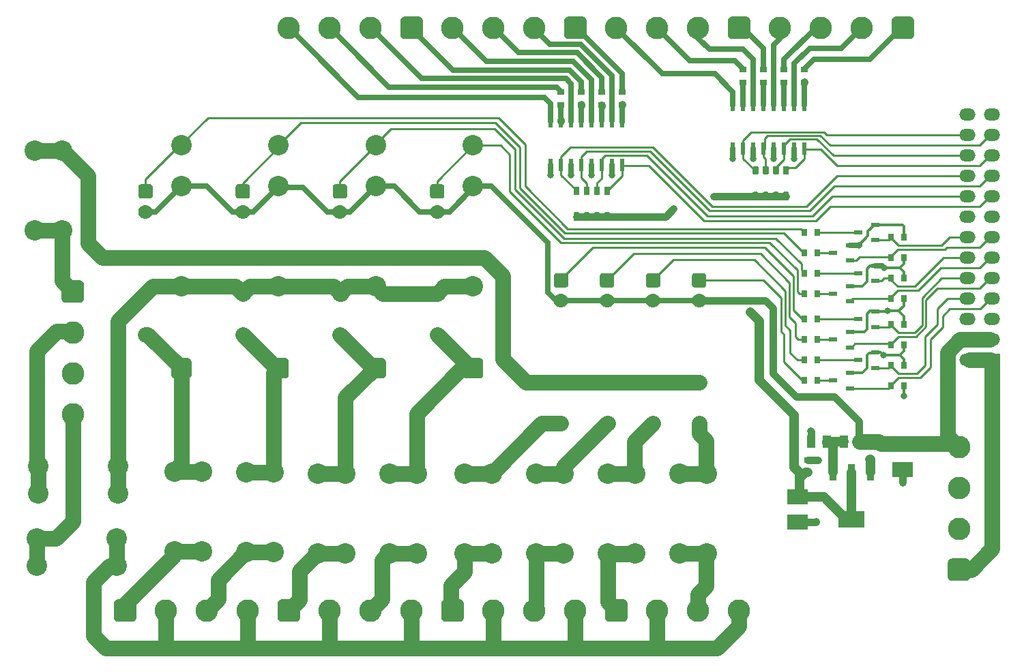
<source format=gtl>
G04 #@! TF.GenerationSoftware,KiCad,Pcbnew,(6.0.0-rc1-dev-1670-gc0cd4c03f)*
G04 #@! TF.CreationDate,2019-02-03T16:26:57-05:00
G04 #@! TF.ProjectId,AC_ISO_Board,41435f49-534f-45f4-926f-6172642e6b69,rev?*
G04 #@! TF.SameCoordinates,Original*
G04 #@! TF.FileFunction,Copper,L1,Top*
G04 #@! TF.FilePolarity,Positive*
%FSLAX46Y46*%
G04 Gerber Fmt 4.6, Leading zero omitted, Abs format (unit mm)*
G04 Created by KiCad (PCBNEW (6.0.0-rc1-dev-1670-gc0cd4c03f)) date 2019-02-03 16:26:57*
%MOMM*%
%LPD*%
G04 APERTURE LIST*
%ADD10C,0.100000*%
%ADD11C,1.778000*%
%ADD12R,2.499360X1.950720*%
%ADD13R,1.000000X1.500000*%
%ADD14R,0.900000X0.700000*%
%ADD15C,2.540000*%
%ADD16C,2.800000*%
%ADD17O,2.000000X1.500000*%
%ADD18R,2.000000X1.500000*%
%ADD19R,1.000760X0.599440*%
%ADD20C,0.710000*%
%ADD21R,0.700000X0.900000*%
%ADD22R,0.950000X2.150000*%
%ADD23R,3.250000X2.150000*%
%ADD24R,0.600000X1.500000*%
%ADD25C,0.812800*%
%ADD26C,0.635000*%
%ADD27C,1.905000*%
%ADD28C,0.889000*%
%ADD29C,0.254000*%
%ADD30C,0.304800*%
%ADD31C,1.143000*%
G04 APERTURE END LIST*
D10*
G36*
X160715255Y-90806712D02*
G01*
X160749774Y-90811833D01*
X160783625Y-90820312D01*
X160816482Y-90832068D01*
X160848029Y-90846989D01*
X160877961Y-90864929D01*
X160905990Y-90885717D01*
X160931847Y-90909153D01*
X160955283Y-90935010D01*
X160976071Y-90963039D01*
X160994011Y-90992971D01*
X161008932Y-91024518D01*
X161020688Y-91057375D01*
X161029167Y-91091226D01*
X161034288Y-91125745D01*
X161036000Y-91160600D01*
X161036000Y-92227400D01*
X161034288Y-92262255D01*
X161029167Y-92296774D01*
X161020688Y-92330625D01*
X161008932Y-92363482D01*
X160994011Y-92395029D01*
X160976071Y-92424961D01*
X160955283Y-92452990D01*
X160931847Y-92478847D01*
X160905990Y-92502283D01*
X160877961Y-92523071D01*
X160848029Y-92541011D01*
X160816482Y-92555932D01*
X160783625Y-92567688D01*
X160749774Y-92576167D01*
X160715255Y-92581288D01*
X160680400Y-92583000D01*
X159613600Y-92583000D01*
X159578745Y-92581288D01*
X159544226Y-92576167D01*
X159510375Y-92567688D01*
X159477518Y-92555932D01*
X159445971Y-92541011D01*
X159416039Y-92523071D01*
X159388010Y-92502283D01*
X159362153Y-92478847D01*
X159338717Y-92452990D01*
X159317929Y-92424961D01*
X159299989Y-92395029D01*
X159285068Y-92363482D01*
X159273312Y-92330625D01*
X159264833Y-92296774D01*
X159259712Y-92262255D01*
X159258000Y-92227400D01*
X159258000Y-91160600D01*
X159259712Y-91125745D01*
X159264833Y-91091226D01*
X159273312Y-91057375D01*
X159285068Y-91024518D01*
X159299989Y-90992971D01*
X159317929Y-90963039D01*
X159338717Y-90935010D01*
X159362153Y-90909153D01*
X159388010Y-90885717D01*
X159416039Y-90864929D01*
X159445971Y-90846989D01*
X159477518Y-90832068D01*
X159510375Y-90820312D01*
X159544226Y-90811833D01*
X159578745Y-90806712D01*
X159613600Y-90805000D01*
X160680400Y-90805000D01*
X160715255Y-90806712D01*
X160715255Y-90806712D01*
G37*
D11*
X160147000Y-91694000D03*
X160147000Y-94234000D03*
X160147000Y-104394000D03*
X160147000Y-109474000D03*
D12*
X185420000Y-112115600D03*
X185420000Y-115214400D03*
D13*
X174056000Y-111760000D03*
X175956000Y-111760000D03*
D14*
X173609000Y-114058000D03*
X173609000Y-115558000D03*
D12*
X172339000Y-121691400D03*
X172339000Y-118592600D03*
D15*
X161086800Y-115697000D03*
X157683200Y-115697000D03*
X161086800Y-125603000D03*
X157683200Y-125603000D03*
X148793200Y-125603000D03*
X152196800Y-125603000D03*
X148793200Y-115697000D03*
X152196800Y-115697000D03*
X143306800Y-115697000D03*
X139903200Y-115697000D03*
X143306800Y-125603000D03*
X139903200Y-125603000D03*
X131013200Y-125603000D03*
X134416800Y-125603000D03*
X131013200Y-115697000D03*
X134416800Y-115697000D03*
X125145800Y-115697000D03*
X121742200Y-115697000D03*
X125145800Y-125603000D03*
X121742200Y-125603000D03*
X116255800Y-115697000D03*
X112852200Y-115697000D03*
X116255800Y-125603000D03*
X112852200Y-125603000D03*
X103962200Y-125476000D03*
X107365800Y-125476000D03*
X103962200Y-115570000D03*
X107365800Y-115570000D03*
X95072200Y-125349000D03*
X98475800Y-125349000D03*
X95072200Y-115443000D03*
X98475800Y-115443000D03*
X78105000Y-114757200D03*
X78105000Y-118160800D03*
X88011000Y-114757200D03*
X88011000Y-118160800D03*
X87884000Y-127177800D03*
X87884000Y-123774200D03*
X77978000Y-127177800D03*
X77978000Y-123774200D03*
D13*
X178120000Y-111760000D03*
X180020000Y-111760000D03*
D16*
X149860000Y-60325000D03*
X154940000Y-60325000D03*
X160020000Y-60325000D03*
D10*
G36*
X165994890Y-58927697D02*
G01*
X166049251Y-58935760D01*
X166102559Y-58949113D01*
X166154303Y-58967627D01*
X166203982Y-58991124D01*
X166251119Y-59019377D01*
X166295260Y-59052114D01*
X166335980Y-59089020D01*
X166372886Y-59129740D01*
X166405623Y-59173881D01*
X166433876Y-59221018D01*
X166457373Y-59270697D01*
X166475887Y-59322441D01*
X166489240Y-59375749D01*
X166497303Y-59430110D01*
X166500000Y-59485000D01*
X166500000Y-61165000D01*
X166497303Y-61219890D01*
X166489240Y-61274251D01*
X166475887Y-61327559D01*
X166457373Y-61379303D01*
X166433876Y-61428982D01*
X166405623Y-61476119D01*
X166372886Y-61520260D01*
X166335980Y-61560980D01*
X166295260Y-61597886D01*
X166251119Y-61630623D01*
X166203982Y-61658876D01*
X166154303Y-61682373D01*
X166102559Y-61700887D01*
X166049251Y-61714240D01*
X165994890Y-61722303D01*
X165940000Y-61725000D01*
X164260000Y-61725000D01*
X164205110Y-61722303D01*
X164150749Y-61714240D01*
X164097441Y-61700887D01*
X164045697Y-61682373D01*
X163996018Y-61658876D01*
X163948881Y-61630623D01*
X163904740Y-61597886D01*
X163864020Y-61560980D01*
X163827114Y-61520260D01*
X163794377Y-61476119D01*
X163766124Y-61428982D01*
X163742627Y-61379303D01*
X163724113Y-61327559D01*
X163710760Y-61274251D01*
X163702697Y-61219890D01*
X163700000Y-61165000D01*
X163700000Y-59485000D01*
X163702697Y-59430110D01*
X163710760Y-59375749D01*
X163724113Y-59322441D01*
X163742627Y-59270697D01*
X163766124Y-59221018D01*
X163794377Y-59173881D01*
X163827114Y-59129740D01*
X163864020Y-59089020D01*
X163904740Y-59052114D01*
X163948881Y-59019377D01*
X163996018Y-58991124D01*
X164045697Y-58967627D01*
X164097441Y-58949113D01*
X164150749Y-58935760D01*
X164205110Y-58927697D01*
X164260000Y-58925000D01*
X165940000Y-58925000D01*
X165994890Y-58927697D01*
X165994890Y-58927697D01*
G37*
D16*
X165100000Y-60325000D03*
X82423000Y-108331000D03*
X82423000Y-103251000D03*
X82423000Y-98171000D03*
D10*
G36*
X83317890Y-91693697D02*
G01*
X83372251Y-91701760D01*
X83425559Y-91715113D01*
X83477303Y-91733627D01*
X83526982Y-91757124D01*
X83574119Y-91785377D01*
X83618260Y-91818114D01*
X83658980Y-91855020D01*
X83695886Y-91895740D01*
X83728623Y-91939881D01*
X83756876Y-91987018D01*
X83780373Y-92036697D01*
X83798887Y-92088441D01*
X83812240Y-92141749D01*
X83820303Y-92196110D01*
X83823000Y-92251000D01*
X83823000Y-93931000D01*
X83820303Y-93985890D01*
X83812240Y-94040251D01*
X83798887Y-94093559D01*
X83780373Y-94145303D01*
X83756876Y-94194982D01*
X83728623Y-94242119D01*
X83695886Y-94286260D01*
X83658980Y-94326980D01*
X83618260Y-94363886D01*
X83574119Y-94396623D01*
X83526982Y-94424876D01*
X83477303Y-94448373D01*
X83425559Y-94466887D01*
X83372251Y-94480240D01*
X83317890Y-94488303D01*
X83263000Y-94491000D01*
X81583000Y-94491000D01*
X81528110Y-94488303D01*
X81473749Y-94480240D01*
X81420441Y-94466887D01*
X81368697Y-94448373D01*
X81319018Y-94424876D01*
X81271881Y-94396623D01*
X81227740Y-94363886D01*
X81187020Y-94326980D01*
X81150114Y-94286260D01*
X81117377Y-94242119D01*
X81089124Y-94194982D01*
X81065627Y-94145303D01*
X81047113Y-94093559D01*
X81033760Y-94040251D01*
X81025697Y-93985890D01*
X81023000Y-93931000D01*
X81023000Y-92251000D01*
X81025697Y-92196110D01*
X81033760Y-92141749D01*
X81047113Y-92088441D01*
X81065627Y-92036697D01*
X81089124Y-91987018D01*
X81117377Y-91939881D01*
X81150114Y-91895740D01*
X81187020Y-91855020D01*
X81227740Y-91818114D01*
X81271881Y-91785377D01*
X81319018Y-91757124D01*
X81368697Y-91733627D01*
X81420441Y-91715113D01*
X81473749Y-91701760D01*
X81528110Y-91693697D01*
X81583000Y-91691000D01*
X83263000Y-91691000D01*
X83317890Y-91693697D01*
X83317890Y-91693697D01*
G37*
D16*
X82423000Y-93091000D03*
D10*
G36*
X150754890Y-131317697D02*
G01*
X150809251Y-131325760D01*
X150862559Y-131339113D01*
X150914303Y-131357627D01*
X150963982Y-131381124D01*
X151011119Y-131409377D01*
X151055260Y-131442114D01*
X151095980Y-131479020D01*
X151132886Y-131519740D01*
X151165623Y-131563881D01*
X151193876Y-131611018D01*
X151217373Y-131660697D01*
X151235887Y-131712441D01*
X151249240Y-131765749D01*
X151257303Y-131820110D01*
X151260000Y-131875000D01*
X151260000Y-133555000D01*
X151257303Y-133609890D01*
X151249240Y-133664251D01*
X151235887Y-133717559D01*
X151217373Y-133769303D01*
X151193876Y-133818982D01*
X151165623Y-133866119D01*
X151132886Y-133910260D01*
X151095980Y-133950980D01*
X151055260Y-133987886D01*
X151011119Y-134020623D01*
X150963982Y-134048876D01*
X150914303Y-134072373D01*
X150862559Y-134090887D01*
X150809251Y-134104240D01*
X150754890Y-134112303D01*
X150700000Y-134115000D01*
X149020000Y-134115000D01*
X148965110Y-134112303D01*
X148910749Y-134104240D01*
X148857441Y-134090887D01*
X148805697Y-134072373D01*
X148756018Y-134048876D01*
X148708881Y-134020623D01*
X148664740Y-133987886D01*
X148624020Y-133950980D01*
X148587114Y-133910260D01*
X148554377Y-133866119D01*
X148526124Y-133818982D01*
X148502627Y-133769303D01*
X148484113Y-133717559D01*
X148470760Y-133664251D01*
X148462697Y-133609890D01*
X148460000Y-133555000D01*
X148460000Y-131875000D01*
X148462697Y-131820110D01*
X148470760Y-131765749D01*
X148484113Y-131712441D01*
X148502627Y-131660697D01*
X148526124Y-131611018D01*
X148554377Y-131563881D01*
X148587114Y-131519740D01*
X148624020Y-131479020D01*
X148664740Y-131442114D01*
X148708881Y-131409377D01*
X148756018Y-131381124D01*
X148805697Y-131357627D01*
X148857441Y-131339113D01*
X148910749Y-131325760D01*
X148965110Y-131317697D01*
X149020000Y-131315000D01*
X150700000Y-131315000D01*
X150754890Y-131317697D01*
X150754890Y-131317697D01*
G37*
D16*
X149860000Y-132715000D03*
X154940000Y-132715000D03*
X160020000Y-132715000D03*
X165100000Y-132715000D03*
D10*
G36*
X130434890Y-131317697D02*
G01*
X130489251Y-131325760D01*
X130542559Y-131339113D01*
X130594303Y-131357627D01*
X130643982Y-131381124D01*
X130691119Y-131409377D01*
X130735260Y-131442114D01*
X130775980Y-131479020D01*
X130812886Y-131519740D01*
X130845623Y-131563881D01*
X130873876Y-131611018D01*
X130897373Y-131660697D01*
X130915887Y-131712441D01*
X130929240Y-131765749D01*
X130937303Y-131820110D01*
X130940000Y-131875000D01*
X130940000Y-133555000D01*
X130937303Y-133609890D01*
X130929240Y-133664251D01*
X130915887Y-133717559D01*
X130897373Y-133769303D01*
X130873876Y-133818982D01*
X130845623Y-133866119D01*
X130812886Y-133910260D01*
X130775980Y-133950980D01*
X130735260Y-133987886D01*
X130691119Y-134020623D01*
X130643982Y-134048876D01*
X130594303Y-134072373D01*
X130542559Y-134090887D01*
X130489251Y-134104240D01*
X130434890Y-134112303D01*
X130380000Y-134115000D01*
X128700000Y-134115000D01*
X128645110Y-134112303D01*
X128590749Y-134104240D01*
X128537441Y-134090887D01*
X128485697Y-134072373D01*
X128436018Y-134048876D01*
X128388881Y-134020623D01*
X128344740Y-133987886D01*
X128304020Y-133950980D01*
X128267114Y-133910260D01*
X128234377Y-133866119D01*
X128206124Y-133818982D01*
X128182627Y-133769303D01*
X128164113Y-133717559D01*
X128150760Y-133664251D01*
X128142697Y-133609890D01*
X128140000Y-133555000D01*
X128140000Y-131875000D01*
X128142697Y-131820110D01*
X128150760Y-131765749D01*
X128164113Y-131712441D01*
X128182627Y-131660697D01*
X128206124Y-131611018D01*
X128234377Y-131563881D01*
X128267114Y-131519740D01*
X128304020Y-131479020D01*
X128344740Y-131442114D01*
X128388881Y-131409377D01*
X128436018Y-131381124D01*
X128485697Y-131357627D01*
X128537441Y-131339113D01*
X128590749Y-131325760D01*
X128645110Y-131317697D01*
X128700000Y-131315000D01*
X130380000Y-131315000D01*
X130434890Y-131317697D01*
X130434890Y-131317697D01*
G37*
D16*
X129540000Y-132715000D03*
X134620000Y-132715000D03*
X139700000Y-132715000D03*
X144780000Y-132715000D03*
X124460000Y-132715000D03*
X119380000Y-132715000D03*
X114300000Y-132715000D03*
D10*
G36*
X110114890Y-131317697D02*
G01*
X110169251Y-131325760D01*
X110222559Y-131339113D01*
X110274303Y-131357627D01*
X110323982Y-131381124D01*
X110371119Y-131409377D01*
X110415260Y-131442114D01*
X110455980Y-131479020D01*
X110492886Y-131519740D01*
X110525623Y-131563881D01*
X110553876Y-131611018D01*
X110577373Y-131660697D01*
X110595887Y-131712441D01*
X110609240Y-131765749D01*
X110617303Y-131820110D01*
X110620000Y-131875000D01*
X110620000Y-133555000D01*
X110617303Y-133609890D01*
X110609240Y-133664251D01*
X110595887Y-133717559D01*
X110577373Y-133769303D01*
X110553876Y-133818982D01*
X110525623Y-133866119D01*
X110492886Y-133910260D01*
X110455980Y-133950980D01*
X110415260Y-133987886D01*
X110371119Y-134020623D01*
X110323982Y-134048876D01*
X110274303Y-134072373D01*
X110222559Y-134090887D01*
X110169251Y-134104240D01*
X110114890Y-134112303D01*
X110060000Y-134115000D01*
X108380000Y-134115000D01*
X108325110Y-134112303D01*
X108270749Y-134104240D01*
X108217441Y-134090887D01*
X108165697Y-134072373D01*
X108116018Y-134048876D01*
X108068881Y-134020623D01*
X108024740Y-133987886D01*
X107984020Y-133950980D01*
X107947114Y-133910260D01*
X107914377Y-133866119D01*
X107886124Y-133818982D01*
X107862627Y-133769303D01*
X107844113Y-133717559D01*
X107830760Y-133664251D01*
X107822697Y-133609890D01*
X107820000Y-133555000D01*
X107820000Y-131875000D01*
X107822697Y-131820110D01*
X107830760Y-131765749D01*
X107844113Y-131712441D01*
X107862627Y-131660697D01*
X107886124Y-131611018D01*
X107914377Y-131563881D01*
X107947114Y-131519740D01*
X107984020Y-131479020D01*
X108024740Y-131442114D01*
X108068881Y-131409377D01*
X108116018Y-131381124D01*
X108165697Y-131357627D01*
X108217441Y-131339113D01*
X108270749Y-131325760D01*
X108325110Y-131317697D01*
X108380000Y-131315000D01*
X110060000Y-131315000D01*
X110114890Y-131317697D01*
X110114890Y-131317697D01*
G37*
D16*
X109220000Y-132715000D03*
D10*
G36*
X89794890Y-131317697D02*
G01*
X89849251Y-131325760D01*
X89902559Y-131339113D01*
X89954303Y-131357627D01*
X90003982Y-131381124D01*
X90051119Y-131409377D01*
X90095260Y-131442114D01*
X90135980Y-131479020D01*
X90172886Y-131519740D01*
X90205623Y-131563881D01*
X90233876Y-131611018D01*
X90257373Y-131660697D01*
X90275887Y-131712441D01*
X90289240Y-131765749D01*
X90297303Y-131820110D01*
X90300000Y-131875000D01*
X90300000Y-133555000D01*
X90297303Y-133609890D01*
X90289240Y-133664251D01*
X90275887Y-133717559D01*
X90257373Y-133769303D01*
X90233876Y-133818982D01*
X90205623Y-133866119D01*
X90172886Y-133910260D01*
X90135980Y-133950980D01*
X90095260Y-133987886D01*
X90051119Y-134020623D01*
X90003982Y-134048876D01*
X89954303Y-134072373D01*
X89902559Y-134090887D01*
X89849251Y-134104240D01*
X89794890Y-134112303D01*
X89740000Y-134115000D01*
X88060000Y-134115000D01*
X88005110Y-134112303D01*
X87950749Y-134104240D01*
X87897441Y-134090887D01*
X87845697Y-134072373D01*
X87796018Y-134048876D01*
X87748881Y-134020623D01*
X87704740Y-133987886D01*
X87664020Y-133950980D01*
X87627114Y-133910260D01*
X87594377Y-133866119D01*
X87566124Y-133818982D01*
X87542627Y-133769303D01*
X87524113Y-133717559D01*
X87510760Y-133664251D01*
X87502697Y-133609890D01*
X87500000Y-133555000D01*
X87500000Y-131875000D01*
X87502697Y-131820110D01*
X87510760Y-131765749D01*
X87524113Y-131712441D01*
X87542627Y-131660697D01*
X87566124Y-131611018D01*
X87594377Y-131563881D01*
X87627114Y-131519740D01*
X87664020Y-131479020D01*
X87704740Y-131442114D01*
X87748881Y-131409377D01*
X87796018Y-131381124D01*
X87845697Y-131357627D01*
X87897441Y-131339113D01*
X87950749Y-131325760D01*
X88005110Y-131317697D01*
X88060000Y-131315000D01*
X89740000Y-131315000D01*
X89794890Y-131317697D01*
X89794890Y-131317697D01*
G37*
D16*
X88900000Y-132715000D03*
X93980000Y-132715000D03*
X99060000Y-132715000D03*
X104140000Y-132715000D03*
D17*
X196465000Y-71120000D03*
X193425000Y-71120000D03*
X193425000Y-73660000D03*
X196465000Y-73660000D03*
X196465000Y-76200000D03*
X193425000Y-76200000D03*
X193425000Y-78740000D03*
X196465000Y-78740000D03*
X196465000Y-81280000D03*
X193425000Y-81280000D03*
X193425000Y-83820000D03*
X196465000Y-83820000D03*
X196465000Y-86360000D03*
X193425000Y-86360000D03*
X193425000Y-88900000D03*
X196465000Y-88900000D03*
X196465000Y-91440000D03*
X193425000Y-91440000D03*
X193425000Y-93980000D03*
X196465000Y-93980000D03*
D18*
X196465000Y-101600000D03*
D17*
X193425000Y-101600000D03*
X196465000Y-99060000D03*
X193425000Y-99060000D03*
X196465000Y-96520000D03*
X193425000Y-96520000D03*
D19*
X178856640Y-103187500D03*
X176743360Y-104140000D03*
X178856640Y-105092500D03*
X182031640Y-100647500D03*
X179918360Y-101600000D03*
X182031640Y-102552500D03*
X178856640Y-98107500D03*
X176743360Y-99060000D03*
X178856640Y-100012500D03*
X182031640Y-97472500D03*
X179918360Y-96520000D03*
X182031640Y-95567500D03*
X178856640Y-94297500D03*
X176743360Y-93345000D03*
X178856640Y-92392500D03*
X182031640Y-89852500D03*
X179918360Y-90805000D03*
X182031640Y-91757500D03*
X178856640Y-89217500D03*
X176743360Y-88265000D03*
X178856640Y-87312500D03*
X182031640Y-86677500D03*
X179918360Y-85725000D03*
X182031640Y-84772500D03*
D14*
X150622000Y-68288000D03*
X150622000Y-69888000D03*
X148082000Y-69888000D03*
X148082000Y-68288000D03*
X145542000Y-68288000D03*
X145542000Y-69888000D03*
X143002000Y-69888000D03*
X143002000Y-68288000D03*
X173228000Y-65494000D03*
X173228000Y-67094000D03*
X170688000Y-67094000D03*
X170688000Y-65494000D03*
X168148000Y-65494000D03*
X168148000Y-67094000D03*
X165608000Y-65494000D03*
X165608000Y-67094000D03*
D10*
G36*
X145138918Y-83244684D02*
G01*
X145152703Y-83246728D01*
X145166220Y-83250114D01*
X145179341Y-83254809D01*
X145191938Y-83260767D01*
X145203891Y-83267931D01*
X145215084Y-83276233D01*
X145225409Y-83285591D01*
X145234767Y-83295916D01*
X145243069Y-83307109D01*
X145250233Y-83319062D01*
X145256191Y-83331659D01*
X145260886Y-83344780D01*
X145264272Y-83358297D01*
X145266316Y-83372082D01*
X145267000Y-83386000D01*
X145267000Y-84152000D01*
X145266316Y-84165918D01*
X145264272Y-84179703D01*
X145260886Y-84193220D01*
X145256191Y-84206341D01*
X145250233Y-84218938D01*
X145243069Y-84230891D01*
X145234767Y-84242084D01*
X145225409Y-84252409D01*
X145215084Y-84261767D01*
X145203891Y-84270069D01*
X145191938Y-84277233D01*
X145179341Y-84283191D01*
X145166220Y-84287886D01*
X145152703Y-84291272D01*
X145138918Y-84293316D01*
X145125000Y-84294000D01*
X144699000Y-84294000D01*
X144685082Y-84293316D01*
X144671297Y-84291272D01*
X144657780Y-84287886D01*
X144644659Y-84283191D01*
X144632062Y-84277233D01*
X144620109Y-84270069D01*
X144608916Y-84261767D01*
X144598591Y-84252409D01*
X144589233Y-84242084D01*
X144580931Y-84230891D01*
X144573767Y-84218938D01*
X144567809Y-84206341D01*
X144563114Y-84193220D01*
X144559728Y-84179703D01*
X144557684Y-84165918D01*
X144557000Y-84152000D01*
X144557000Y-83386000D01*
X144557684Y-83372082D01*
X144559728Y-83358297D01*
X144563114Y-83344780D01*
X144567809Y-83331659D01*
X144573767Y-83319062D01*
X144580931Y-83307109D01*
X144589233Y-83295916D01*
X144598591Y-83285591D01*
X144608916Y-83276233D01*
X144620109Y-83267931D01*
X144632062Y-83260767D01*
X144644659Y-83254809D01*
X144657780Y-83250114D01*
X144671297Y-83246728D01*
X144685082Y-83244684D01*
X144699000Y-83244000D01*
X145125000Y-83244000D01*
X145138918Y-83244684D01*
X145138918Y-83244684D01*
G37*
D20*
X144912000Y-83769000D03*
D10*
G36*
X146403918Y-83244684D02*
G01*
X146417703Y-83246728D01*
X146431220Y-83250114D01*
X146444341Y-83254809D01*
X146456938Y-83260767D01*
X146468891Y-83267931D01*
X146480084Y-83276233D01*
X146490409Y-83285591D01*
X146499767Y-83295916D01*
X146508069Y-83307109D01*
X146515233Y-83319062D01*
X146521191Y-83331659D01*
X146525886Y-83344780D01*
X146529272Y-83358297D01*
X146531316Y-83372082D01*
X146532000Y-83386000D01*
X146532000Y-84152000D01*
X146531316Y-84165918D01*
X146529272Y-84179703D01*
X146525886Y-84193220D01*
X146521191Y-84206341D01*
X146515233Y-84218938D01*
X146508069Y-84230891D01*
X146499767Y-84242084D01*
X146490409Y-84252409D01*
X146480084Y-84261767D01*
X146468891Y-84270069D01*
X146456938Y-84277233D01*
X146444341Y-84283191D01*
X146431220Y-84287886D01*
X146417703Y-84291272D01*
X146403918Y-84293316D01*
X146390000Y-84294000D01*
X145964000Y-84294000D01*
X145950082Y-84293316D01*
X145936297Y-84291272D01*
X145922780Y-84287886D01*
X145909659Y-84283191D01*
X145897062Y-84277233D01*
X145885109Y-84270069D01*
X145873916Y-84261767D01*
X145863591Y-84252409D01*
X145854233Y-84242084D01*
X145845931Y-84230891D01*
X145838767Y-84218938D01*
X145832809Y-84206341D01*
X145828114Y-84193220D01*
X145824728Y-84179703D01*
X145822684Y-84165918D01*
X145822000Y-84152000D01*
X145822000Y-83386000D01*
X145822684Y-83372082D01*
X145824728Y-83358297D01*
X145828114Y-83344780D01*
X145832809Y-83331659D01*
X145838767Y-83319062D01*
X145845931Y-83307109D01*
X145854233Y-83295916D01*
X145863591Y-83285591D01*
X145873916Y-83276233D01*
X145885109Y-83267931D01*
X145897062Y-83260767D01*
X145909659Y-83254809D01*
X145922780Y-83250114D01*
X145936297Y-83246728D01*
X145950082Y-83244684D01*
X145964000Y-83244000D01*
X146390000Y-83244000D01*
X146403918Y-83244684D01*
X146403918Y-83244684D01*
G37*
D20*
X146177000Y-83769000D03*
D10*
G36*
X147673918Y-83244684D02*
G01*
X147687703Y-83246728D01*
X147701220Y-83250114D01*
X147714341Y-83254809D01*
X147726938Y-83260767D01*
X147738891Y-83267931D01*
X147750084Y-83276233D01*
X147760409Y-83285591D01*
X147769767Y-83295916D01*
X147778069Y-83307109D01*
X147785233Y-83319062D01*
X147791191Y-83331659D01*
X147795886Y-83344780D01*
X147799272Y-83358297D01*
X147801316Y-83372082D01*
X147802000Y-83386000D01*
X147802000Y-84152000D01*
X147801316Y-84165918D01*
X147799272Y-84179703D01*
X147795886Y-84193220D01*
X147791191Y-84206341D01*
X147785233Y-84218938D01*
X147778069Y-84230891D01*
X147769767Y-84242084D01*
X147760409Y-84252409D01*
X147750084Y-84261767D01*
X147738891Y-84270069D01*
X147726938Y-84277233D01*
X147714341Y-84283191D01*
X147701220Y-84287886D01*
X147687703Y-84291272D01*
X147673918Y-84293316D01*
X147660000Y-84294000D01*
X147234000Y-84294000D01*
X147220082Y-84293316D01*
X147206297Y-84291272D01*
X147192780Y-84287886D01*
X147179659Y-84283191D01*
X147167062Y-84277233D01*
X147155109Y-84270069D01*
X147143916Y-84261767D01*
X147133591Y-84252409D01*
X147124233Y-84242084D01*
X147115931Y-84230891D01*
X147108767Y-84218938D01*
X147102809Y-84206341D01*
X147098114Y-84193220D01*
X147094728Y-84179703D01*
X147092684Y-84165918D01*
X147092000Y-84152000D01*
X147092000Y-83386000D01*
X147092684Y-83372082D01*
X147094728Y-83358297D01*
X147098114Y-83344780D01*
X147102809Y-83331659D01*
X147108767Y-83319062D01*
X147115931Y-83307109D01*
X147124233Y-83295916D01*
X147133591Y-83285591D01*
X147143916Y-83276233D01*
X147155109Y-83267931D01*
X147167062Y-83260767D01*
X147179659Y-83254809D01*
X147192780Y-83250114D01*
X147206297Y-83246728D01*
X147220082Y-83244684D01*
X147234000Y-83244000D01*
X147660000Y-83244000D01*
X147673918Y-83244684D01*
X147673918Y-83244684D01*
G37*
D20*
X147447000Y-83769000D03*
D10*
G36*
X148938918Y-83244684D02*
G01*
X148952703Y-83246728D01*
X148966220Y-83250114D01*
X148979341Y-83254809D01*
X148991938Y-83260767D01*
X149003891Y-83267931D01*
X149015084Y-83276233D01*
X149025409Y-83285591D01*
X149034767Y-83295916D01*
X149043069Y-83307109D01*
X149050233Y-83319062D01*
X149056191Y-83331659D01*
X149060886Y-83344780D01*
X149064272Y-83358297D01*
X149066316Y-83372082D01*
X149067000Y-83386000D01*
X149067000Y-84152000D01*
X149066316Y-84165918D01*
X149064272Y-84179703D01*
X149060886Y-84193220D01*
X149056191Y-84206341D01*
X149050233Y-84218938D01*
X149043069Y-84230891D01*
X149034767Y-84242084D01*
X149025409Y-84252409D01*
X149015084Y-84261767D01*
X149003891Y-84270069D01*
X148991938Y-84277233D01*
X148979341Y-84283191D01*
X148966220Y-84287886D01*
X148952703Y-84291272D01*
X148938918Y-84293316D01*
X148925000Y-84294000D01*
X148499000Y-84294000D01*
X148485082Y-84293316D01*
X148471297Y-84291272D01*
X148457780Y-84287886D01*
X148444659Y-84283191D01*
X148432062Y-84277233D01*
X148420109Y-84270069D01*
X148408916Y-84261767D01*
X148398591Y-84252409D01*
X148389233Y-84242084D01*
X148380931Y-84230891D01*
X148373767Y-84218938D01*
X148367809Y-84206341D01*
X148363114Y-84193220D01*
X148359728Y-84179703D01*
X148357684Y-84165918D01*
X148357000Y-84152000D01*
X148357000Y-83386000D01*
X148357684Y-83372082D01*
X148359728Y-83358297D01*
X148363114Y-83344780D01*
X148367809Y-83331659D01*
X148373767Y-83319062D01*
X148380931Y-83307109D01*
X148389233Y-83295916D01*
X148398591Y-83285591D01*
X148408916Y-83276233D01*
X148420109Y-83267931D01*
X148432062Y-83260767D01*
X148444659Y-83254809D01*
X148457780Y-83250114D01*
X148471297Y-83246728D01*
X148485082Y-83244684D01*
X148499000Y-83244000D01*
X148925000Y-83244000D01*
X148938918Y-83244684D01*
X148938918Y-83244684D01*
G37*
D20*
X148712000Y-83769000D03*
D10*
G36*
X148938918Y-80044684D02*
G01*
X148952703Y-80046728D01*
X148966220Y-80050114D01*
X148979341Y-80054809D01*
X148991938Y-80060767D01*
X149003891Y-80067931D01*
X149015084Y-80076233D01*
X149025409Y-80085591D01*
X149034767Y-80095916D01*
X149043069Y-80107109D01*
X149050233Y-80119062D01*
X149056191Y-80131659D01*
X149060886Y-80144780D01*
X149064272Y-80158297D01*
X149066316Y-80172082D01*
X149067000Y-80186000D01*
X149067000Y-80952000D01*
X149066316Y-80965918D01*
X149064272Y-80979703D01*
X149060886Y-80993220D01*
X149056191Y-81006341D01*
X149050233Y-81018938D01*
X149043069Y-81030891D01*
X149034767Y-81042084D01*
X149025409Y-81052409D01*
X149015084Y-81061767D01*
X149003891Y-81070069D01*
X148991938Y-81077233D01*
X148979341Y-81083191D01*
X148966220Y-81087886D01*
X148952703Y-81091272D01*
X148938918Y-81093316D01*
X148925000Y-81094000D01*
X148499000Y-81094000D01*
X148485082Y-81093316D01*
X148471297Y-81091272D01*
X148457780Y-81087886D01*
X148444659Y-81083191D01*
X148432062Y-81077233D01*
X148420109Y-81070069D01*
X148408916Y-81061767D01*
X148398591Y-81052409D01*
X148389233Y-81042084D01*
X148380931Y-81030891D01*
X148373767Y-81018938D01*
X148367809Y-81006341D01*
X148363114Y-80993220D01*
X148359728Y-80979703D01*
X148357684Y-80965918D01*
X148357000Y-80952000D01*
X148357000Y-80186000D01*
X148357684Y-80172082D01*
X148359728Y-80158297D01*
X148363114Y-80144780D01*
X148367809Y-80131659D01*
X148373767Y-80119062D01*
X148380931Y-80107109D01*
X148389233Y-80095916D01*
X148398591Y-80085591D01*
X148408916Y-80076233D01*
X148420109Y-80067931D01*
X148432062Y-80060767D01*
X148444659Y-80054809D01*
X148457780Y-80050114D01*
X148471297Y-80046728D01*
X148485082Y-80044684D01*
X148499000Y-80044000D01*
X148925000Y-80044000D01*
X148938918Y-80044684D01*
X148938918Y-80044684D01*
G37*
D20*
X148712000Y-80569000D03*
D10*
G36*
X147673918Y-80044684D02*
G01*
X147687703Y-80046728D01*
X147701220Y-80050114D01*
X147714341Y-80054809D01*
X147726938Y-80060767D01*
X147738891Y-80067931D01*
X147750084Y-80076233D01*
X147760409Y-80085591D01*
X147769767Y-80095916D01*
X147778069Y-80107109D01*
X147785233Y-80119062D01*
X147791191Y-80131659D01*
X147795886Y-80144780D01*
X147799272Y-80158297D01*
X147801316Y-80172082D01*
X147802000Y-80186000D01*
X147802000Y-80952000D01*
X147801316Y-80965918D01*
X147799272Y-80979703D01*
X147795886Y-80993220D01*
X147791191Y-81006341D01*
X147785233Y-81018938D01*
X147778069Y-81030891D01*
X147769767Y-81042084D01*
X147760409Y-81052409D01*
X147750084Y-81061767D01*
X147738891Y-81070069D01*
X147726938Y-81077233D01*
X147714341Y-81083191D01*
X147701220Y-81087886D01*
X147687703Y-81091272D01*
X147673918Y-81093316D01*
X147660000Y-81094000D01*
X147234000Y-81094000D01*
X147220082Y-81093316D01*
X147206297Y-81091272D01*
X147192780Y-81087886D01*
X147179659Y-81083191D01*
X147167062Y-81077233D01*
X147155109Y-81070069D01*
X147143916Y-81061767D01*
X147133591Y-81052409D01*
X147124233Y-81042084D01*
X147115931Y-81030891D01*
X147108767Y-81018938D01*
X147102809Y-81006341D01*
X147098114Y-80993220D01*
X147094728Y-80979703D01*
X147092684Y-80965918D01*
X147092000Y-80952000D01*
X147092000Y-80186000D01*
X147092684Y-80172082D01*
X147094728Y-80158297D01*
X147098114Y-80144780D01*
X147102809Y-80131659D01*
X147108767Y-80119062D01*
X147115931Y-80107109D01*
X147124233Y-80095916D01*
X147133591Y-80085591D01*
X147143916Y-80076233D01*
X147155109Y-80067931D01*
X147167062Y-80060767D01*
X147179659Y-80054809D01*
X147192780Y-80050114D01*
X147206297Y-80046728D01*
X147220082Y-80044684D01*
X147234000Y-80044000D01*
X147660000Y-80044000D01*
X147673918Y-80044684D01*
X147673918Y-80044684D01*
G37*
D20*
X147447000Y-80569000D03*
D10*
G36*
X146403918Y-80044684D02*
G01*
X146417703Y-80046728D01*
X146431220Y-80050114D01*
X146444341Y-80054809D01*
X146456938Y-80060767D01*
X146468891Y-80067931D01*
X146480084Y-80076233D01*
X146490409Y-80085591D01*
X146499767Y-80095916D01*
X146508069Y-80107109D01*
X146515233Y-80119062D01*
X146521191Y-80131659D01*
X146525886Y-80144780D01*
X146529272Y-80158297D01*
X146531316Y-80172082D01*
X146532000Y-80186000D01*
X146532000Y-80952000D01*
X146531316Y-80965918D01*
X146529272Y-80979703D01*
X146525886Y-80993220D01*
X146521191Y-81006341D01*
X146515233Y-81018938D01*
X146508069Y-81030891D01*
X146499767Y-81042084D01*
X146490409Y-81052409D01*
X146480084Y-81061767D01*
X146468891Y-81070069D01*
X146456938Y-81077233D01*
X146444341Y-81083191D01*
X146431220Y-81087886D01*
X146417703Y-81091272D01*
X146403918Y-81093316D01*
X146390000Y-81094000D01*
X145964000Y-81094000D01*
X145950082Y-81093316D01*
X145936297Y-81091272D01*
X145922780Y-81087886D01*
X145909659Y-81083191D01*
X145897062Y-81077233D01*
X145885109Y-81070069D01*
X145873916Y-81061767D01*
X145863591Y-81052409D01*
X145854233Y-81042084D01*
X145845931Y-81030891D01*
X145838767Y-81018938D01*
X145832809Y-81006341D01*
X145828114Y-80993220D01*
X145824728Y-80979703D01*
X145822684Y-80965918D01*
X145822000Y-80952000D01*
X145822000Y-80186000D01*
X145822684Y-80172082D01*
X145824728Y-80158297D01*
X145828114Y-80144780D01*
X145832809Y-80131659D01*
X145838767Y-80119062D01*
X145845931Y-80107109D01*
X145854233Y-80095916D01*
X145863591Y-80085591D01*
X145873916Y-80076233D01*
X145885109Y-80067931D01*
X145897062Y-80060767D01*
X145909659Y-80054809D01*
X145922780Y-80050114D01*
X145936297Y-80046728D01*
X145950082Y-80044684D01*
X145964000Y-80044000D01*
X146390000Y-80044000D01*
X146403918Y-80044684D01*
X146403918Y-80044684D01*
G37*
D20*
X146177000Y-80569000D03*
D10*
G36*
X145138918Y-80044684D02*
G01*
X145152703Y-80046728D01*
X145166220Y-80050114D01*
X145179341Y-80054809D01*
X145191938Y-80060767D01*
X145203891Y-80067931D01*
X145215084Y-80076233D01*
X145225409Y-80085591D01*
X145234767Y-80095916D01*
X145243069Y-80107109D01*
X145250233Y-80119062D01*
X145256191Y-80131659D01*
X145260886Y-80144780D01*
X145264272Y-80158297D01*
X145266316Y-80172082D01*
X145267000Y-80186000D01*
X145267000Y-80952000D01*
X145266316Y-80965918D01*
X145264272Y-80979703D01*
X145260886Y-80993220D01*
X145256191Y-81006341D01*
X145250233Y-81018938D01*
X145243069Y-81030891D01*
X145234767Y-81042084D01*
X145225409Y-81052409D01*
X145215084Y-81061767D01*
X145203891Y-81070069D01*
X145191938Y-81077233D01*
X145179341Y-81083191D01*
X145166220Y-81087886D01*
X145152703Y-81091272D01*
X145138918Y-81093316D01*
X145125000Y-81094000D01*
X144699000Y-81094000D01*
X144685082Y-81093316D01*
X144671297Y-81091272D01*
X144657780Y-81087886D01*
X144644659Y-81083191D01*
X144632062Y-81077233D01*
X144620109Y-81070069D01*
X144608916Y-81061767D01*
X144598591Y-81052409D01*
X144589233Y-81042084D01*
X144580931Y-81030891D01*
X144573767Y-81018938D01*
X144567809Y-81006341D01*
X144563114Y-80993220D01*
X144559728Y-80979703D01*
X144557684Y-80965918D01*
X144557000Y-80952000D01*
X144557000Y-80186000D01*
X144557684Y-80172082D01*
X144559728Y-80158297D01*
X144563114Y-80144780D01*
X144567809Y-80131659D01*
X144573767Y-80119062D01*
X144580931Y-80107109D01*
X144589233Y-80095916D01*
X144598591Y-80085591D01*
X144608916Y-80076233D01*
X144620109Y-80067931D01*
X144632062Y-80060767D01*
X144644659Y-80054809D01*
X144657780Y-80050114D01*
X144671297Y-80046728D01*
X144685082Y-80044684D01*
X144699000Y-80044000D01*
X145125000Y-80044000D01*
X145138918Y-80044684D01*
X145138918Y-80044684D01*
G37*
D20*
X144912000Y-80569000D03*
D10*
G36*
X167363918Y-77504684D02*
G01*
X167377703Y-77506728D01*
X167391220Y-77510114D01*
X167404341Y-77514809D01*
X167416938Y-77520767D01*
X167428891Y-77527931D01*
X167440084Y-77536233D01*
X167450409Y-77545591D01*
X167459767Y-77555916D01*
X167468069Y-77567109D01*
X167475233Y-77579062D01*
X167481191Y-77591659D01*
X167485886Y-77604780D01*
X167489272Y-77618297D01*
X167491316Y-77632082D01*
X167492000Y-77646000D01*
X167492000Y-78412000D01*
X167491316Y-78425918D01*
X167489272Y-78439703D01*
X167485886Y-78453220D01*
X167481191Y-78466341D01*
X167475233Y-78478938D01*
X167468069Y-78490891D01*
X167459767Y-78502084D01*
X167450409Y-78512409D01*
X167440084Y-78521767D01*
X167428891Y-78530069D01*
X167416938Y-78537233D01*
X167404341Y-78543191D01*
X167391220Y-78547886D01*
X167377703Y-78551272D01*
X167363918Y-78553316D01*
X167350000Y-78554000D01*
X166924000Y-78554000D01*
X166910082Y-78553316D01*
X166896297Y-78551272D01*
X166882780Y-78547886D01*
X166869659Y-78543191D01*
X166857062Y-78537233D01*
X166845109Y-78530069D01*
X166833916Y-78521767D01*
X166823591Y-78512409D01*
X166814233Y-78502084D01*
X166805931Y-78490891D01*
X166798767Y-78478938D01*
X166792809Y-78466341D01*
X166788114Y-78453220D01*
X166784728Y-78439703D01*
X166782684Y-78425918D01*
X166782000Y-78412000D01*
X166782000Y-77646000D01*
X166782684Y-77632082D01*
X166784728Y-77618297D01*
X166788114Y-77604780D01*
X166792809Y-77591659D01*
X166798767Y-77579062D01*
X166805931Y-77567109D01*
X166814233Y-77555916D01*
X166823591Y-77545591D01*
X166833916Y-77536233D01*
X166845109Y-77527931D01*
X166857062Y-77520767D01*
X166869659Y-77514809D01*
X166882780Y-77510114D01*
X166896297Y-77506728D01*
X166910082Y-77504684D01*
X166924000Y-77504000D01*
X167350000Y-77504000D01*
X167363918Y-77504684D01*
X167363918Y-77504684D01*
G37*
D20*
X167137000Y-78029000D03*
D10*
G36*
X168628918Y-77504684D02*
G01*
X168642703Y-77506728D01*
X168656220Y-77510114D01*
X168669341Y-77514809D01*
X168681938Y-77520767D01*
X168693891Y-77527931D01*
X168705084Y-77536233D01*
X168715409Y-77545591D01*
X168724767Y-77555916D01*
X168733069Y-77567109D01*
X168740233Y-77579062D01*
X168746191Y-77591659D01*
X168750886Y-77604780D01*
X168754272Y-77618297D01*
X168756316Y-77632082D01*
X168757000Y-77646000D01*
X168757000Y-78412000D01*
X168756316Y-78425918D01*
X168754272Y-78439703D01*
X168750886Y-78453220D01*
X168746191Y-78466341D01*
X168740233Y-78478938D01*
X168733069Y-78490891D01*
X168724767Y-78502084D01*
X168715409Y-78512409D01*
X168705084Y-78521767D01*
X168693891Y-78530069D01*
X168681938Y-78537233D01*
X168669341Y-78543191D01*
X168656220Y-78547886D01*
X168642703Y-78551272D01*
X168628918Y-78553316D01*
X168615000Y-78554000D01*
X168189000Y-78554000D01*
X168175082Y-78553316D01*
X168161297Y-78551272D01*
X168147780Y-78547886D01*
X168134659Y-78543191D01*
X168122062Y-78537233D01*
X168110109Y-78530069D01*
X168098916Y-78521767D01*
X168088591Y-78512409D01*
X168079233Y-78502084D01*
X168070931Y-78490891D01*
X168063767Y-78478938D01*
X168057809Y-78466341D01*
X168053114Y-78453220D01*
X168049728Y-78439703D01*
X168047684Y-78425918D01*
X168047000Y-78412000D01*
X168047000Y-77646000D01*
X168047684Y-77632082D01*
X168049728Y-77618297D01*
X168053114Y-77604780D01*
X168057809Y-77591659D01*
X168063767Y-77579062D01*
X168070931Y-77567109D01*
X168079233Y-77555916D01*
X168088591Y-77545591D01*
X168098916Y-77536233D01*
X168110109Y-77527931D01*
X168122062Y-77520767D01*
X168134659Y-77514809D01*
X168147780Y-77510114D01*
X168161297Y-77506728D01*
X168175082Y-77504684D01*
X168189000Y-77504000D01*
X168615000Y-77504000D01*
X168628918Y-77504684D01*
X168628918Y-77504684D01*
G37*
D20*
X168402000Y-78029000D03*
D10*
G36*
X169898918Y-77504684D02*
G01*
X169912703Y-77506728D01*
X169926220Y-77510114D01*
X169939341Y-77514809D01*
X169951938Y-77520767D01*
X169963891Y-77527931D01*
X169975084Y-77536233D01*
X169985409Y-77545591D01*
X169994767Y-77555916D01*
X170003069Y-77567109D01*
X170010233Y-77579062D01*
X170016191Y-77591659D01*
X170020886Y-77604780D01*
X170024272Y-77618297D01*
X170026316Y-77632082D01*
X170027000Y-77646000D01*
X170027000Y-78412000D01*
X170026316Y-78425918D01*
X170024272Y-78439703D01*
X170020886Y-78453220D01*
X170016191Y-78466341D01*
X170010233Y-78478938D01*
X170003069Y-78490891D01*
X169994767Y-78502084D01*
X169985409Y-78512409D01*
X169975084Y-78521767D01*
X169963891Y-78530069D01*
X169951938Y-78537233D01*
X169939341Y-78543191D01*
X169926220Y-78547886D01*
X169912703Y-78551272D01*
X169898918Y-78553316D01*
X169885000Y-78554000D01*
X169459000Y-78554000D01*
X169445082Y-78553316D01*
X169431297Y-78551272D01*
X169417780Y-78547886D01*
X169404659Y-78543191D01*
X169392062Y-78537233D01*
X169380109Y-78530069D01*
X169368916Y-78521767D01*
X169358591Y-78512409D01*
X169349233Y-78502084D01*
X169340931Y-78490891D01*
X169333767Y-78478938D01*
X169327809Y-78466341D01*
X169323114Y-78453220D01*
X169319728Y-78439703D01*
X169317684Y-78425918D01*
X169317000Y-78412000D01*
X169317000Y-77646000D01*
X169317684Y-77632082D01*
X169319728Y-77618297D01*
X169323114Y-77604780D01*
X169327809Y-77591659D01*
X169333767Y-77579062D01*
X169340931Y-77567109D01*
X169349233Y-77555916D01*
X169358591Y-77545591D01*
X169368916Y-77536233D01*
X169380109Y-77527931D01*
X169392062Y-77520767D01*
X169404659Y-77514809D01*
X169417780Y-77510114D01*
X169431297Y-77506728D01*
X169445082Y-77504684D01*
X169459000Y-77504000D01*
X169885000Y-77504000D01*
X169898918Y-77504684D01*
X169898918Y-77504684D01*
G37*
D20*
X169672000Y-78029000D03*
D10*
G36*
X171163918Y-77504684D02*
G01*
X171177703Y-77506728D01*
X171191220Y-77510114D01*
X171204341Y-77514809D01*
X171216938Y-77520767D01*
X171228891Y-77527931D01*
X171240084Y-77536233D01*
X171250409Y-77545591D01*
X171259767Y-77555916D01*
X171268069Y-77567109D01*
X171275233Y-77579062D01*
X171281191Y-77591659D01*
X171285886Y-77604780D01*
X171289272Y-77618297D01*
X171291316Y-77632082D01*
X171292000Y-77646000D01*
X171292000Y-78412000D01*
X171291316Y-78425918D01*
X171289272Y-78439703D01*
X171285886Y-78453220D01*
X171281191Y-78466341D01*
X171275233Y-78478938D01*
X171268069Y-78490891D01*
X171259767Y-78502084D01*
X171250409Y-78512409D01*
X171240084Y-78521767D01*
X171228891Y-78530069D01*
X171216938Y-78537233D01*
X171204341Y-78543191D01*
X171191220Y-78547886D01*
X171177703Y-78551272D01*
X171163918Y-78553316D01*
X171150000Y-78554000D01*
X170724000Y-78554000D01*
X170710082Y-78553316D01*
X170696297Y-78551272D01*
X170682780Y-78547886D01*
X170669659Y-78543191D01*
X170657062Y-78537233D01*
X170645109Y-78530069D01*
X170633916Y-78521767D01*
X170623591Y-78512409D01*
X170614233Y-78502084D01*
X170605931Y-78490891D01*
X170598767Y-78478938D01*
X170592809Y-78466341D01*
X170588114Y-78453220D01*
X170584728Y-78439703D01*
X170582684Y-78425918D01*
X170582000Y-78412000D01*
X170582000Y-77646000D01*
X170582684Y-77632082D01*
X170584728Y-77618297D01*
X170588114Y-77604780D01*
X170592809Y-77591659D01*
X170598767Y-77579062D01*
X170605931Y-77567109D01*
X170614233Y-77555916D01*
X170623591Y-77545591D01*
X170633916Y-77536233D01*
X170645109Y-77527931D01*
X170657062Y-77520767D01*
X170669659Y-77514809D01*
X170682780Y-77510114D01*
X170696297Y-77506728D01*
X170710082Y-77504684D01*
X170724000Y-77504000D01*
X171150000Y-77504000D01*
X171163918Y-77504684D01*
X171163918Y-77504684D01*
G37*
D20*
X170937000Y-78029000D03*
D10*
G36*
X171163918Y-80704684D02*
G01*
X171177703Y-80706728D01*
X171191220Y-80710114D01*
X171204341Y-80714809D01*
X171216938Y-80720767D01*
X171228891Y-80727931D01*
X171240084Y-80736233D01*
X171250409Y-80745591D01*
X171259767Y-80755916D01*
X171268069Y-80767109D01*
X171275233Y-80779062D01*
X171281191Y-80791659D01*
X171285886Y-80804780D01*
X171289272Y-80818297D01*
X171291316Y-80832082D01*
X171292000Y-80846000D01*
X171292000Y-81612000D01*
X171291316Y-81625918D01*
X171289272Y-81639703D01*
X171285886Y-81653220D01*
X171281191Y-81666341D01*
X171275233Y-81678938D01*
X171268069Y-81690891D01*
X171259767Y-81702084D01*
X171250409Y-81712409D01*
X171240084Y-81721767D01*
X171228891Y-81730069D01*
X171216938Y-81737233D01*
X171204341Y-81743191D01*
X171191220Y-81747886D01*
X171177703Y-81751272D01*
X171163918Y-81753316D01*
X171150000Y-81754000D01*
X170724000Y-81754000D01*
X170710082Y-81753316D01*
X170696297Y-81751272D01*
X170682780Y-81747886D01*
X170669659Y-81743191D01*
X170657062Y-81737233D01*
X170645109Y-81730069D01*
X170633916Y-81721767D01*
X170623591Y-81712409D01*
X170614233Y-81702084D01*
X170605931Y-81690891D01*
X170598767Y-81678938D01*
X170592809Y-81666341D01*
X170588114Y-81653220D01*
X170584728Y-81639703D01*
X170582684Y-81625918D01*
X170582000Y-81612000D01*
X170582000Y-80846000D01*
X170582684Y-80832082D01*
X170584728Y-80818297D01*
X170588114Y-80804780D01*
X170592809Y-80791659D01*
X170598767Y-80779062D01*
X170605931Y-80767109D01*
X170614233Y-80755916D01*
X170623591Y-80745591D01*
X170633916Y-80736233D01*
X170645109Y-80727931D01*
X170657062Y-80720767D01*
X170669659Y-80714809D01*
X170682780Y-80710114D01*
X170696297Y-80706728D01*
X170710082Y-80704684D01*
X170724000Y-80704000D01*
X171150000Y-80704000D01*
X171163918Y-80704684D01*
X171163918Y-80704684D01*
G37*
D20*
X170937000Y-81229000D03*
D10*
G36*
X169898918Y-80704684D02*
G01*
X169912703Y-80706728D01*
X169926220Y-80710114D01*
X169939341Y-80714809D01*
X169951938Y-80720767D01*
X169963891Y-80727931D01*
X169975084Y-80736233D01*
X169985409Y-80745591D01*
X169994767Y-80755916D01*
X170003069Y-80767109D01*
X170010233Y-80779062D01*
X170016191Y-80791659D01*
X170020886Y-80804780D01*
X170024272Y-80818297D01*
X170026316Y-80832082D01*
X170027000Y-80846000D01*
X170027000Y-81612000D01*
X170026316Y-81625918D01*
X170024272Y-81639703D01*
X170020886Y-81653220D01*
X170016191Y-81666341D01*
X170010233Y-81678938D01*
X170003069Y-81690891D01*
X169994767Y-81702084D01*
X169985409Y-81712409D01*
X169975084Y-81721767D01*
X169963891Y-81730069D01*
X169951938Y-81737233D01*
X169939341Y-81743191D01*
X169926220Y-81747886D01*
X169912703Y-81751272D01*
X169898918Y-81753316D01*
X169885000Y-81754000D01*
X169459000Y-81754000D01*
X169445082Y-81753316D01*
X169431297Y-81751272D01*
X169417780Y-81747886D01*
X169404659Y-81743191D01*
X169392062Y-81737233D01*
X169380109Y-81730069D01*
X169368916Y-81721767D01*
X169358591Y-81712409D01*
X169349233Y-81702084D01*
X169340931Y-81690891D01*
X169333767Y-81678938D01*
X169327809Y-81666341D01*
X169323114Y-81653220D01*
X169319728Y-81639703D01*
X169317684Y-81625918D01*
X169317000Y-81612000D01*
X169317000Y-80846000D01*
X169317684Y-80832082D01*
X169319728Y-80818297D01*
X169323114Y-80804780D01*
X169327809Y-80791659D01*
X169333767Y-80779062D01*
X169340931Y-80767109D01*
X169349233Y-80755916D01*
X169358591Y-80745591D01*
X169368916Y-80736233D01*
X169380109Y-80727931D01*
X169392062Y-80720767D01*
X169404659Y-80714809D01*
X169417780Y-80710114D01*
X169431297Y-80706728D01*
X169445082Y-80704684D01*
X169459000Y-80704000D01*
X169885000Y-80704000D01*
X169898918Y-80704684D01*
X169898918Y-80704684D01*
G37*
D20*
X169672000Y-81229000D03*
D10*
G36*
X168628918Y-80704684D02*
G01*
X168642703Y-80706728D01*
X168656220Y-80710114D01*
X168669341Y-80714809D01*
X168681938Y-80720767D01*
X168693891Y-80727931D01*
X168705084Y-80736233D01*
X168715409Y-80745591D01*
X168724767Y-80755916D01*
X168733069Y-80767109D01*
X168740233Y-80779062D01*
X168746191Y-80791659D01*
X168750886Y-80804780D01*
X168754272Y-80818297D01*
X168756316Y-80832082D01*
X168757000Y-80846000D01*
X168757000Y-81612000D01*
X168756316Y-81625918D01*
X168754272Y-81639703D01*
X168750886Y-81653220D01*
X168746191Y-81666341D01*
X168740233Y-81678938D01*
X168733069Y-81690891D01*
X168724767Y-81702084D01*
X168715409Y-81712409D01*
X168705084Y-81721767D01*
X168693891Y-81730069D01*
X168681938Y-81737233D01*
X168669341Y-81743191D01*
X168656220Y-81747886D01*
X168642703Y-81751272D01*
X168628918Y-81753316D01*
X168615000Y-81754000D01*
X168189000Y-81754000D01*
X168175082Y-81753316D01*
X168161297Y-81751272D01*
X168147780Y-81747886D01*
X168134659Y-81743191D01*
X168122062Y-81737233D01*
X168110109Y-81730069D01*
X168098916Y-81721767D01*
X168088591Y-81712409D01*
X168079233Y-81702084D01*
X168070931Y-81690891D01*
X168063767Y-81678938D01*
X168057809Y-81666341D01*
X168053114Y-81653220D01*
X168049728Y-81639703D01*
X168047684Y-81625918D01*
X168047000Y-81612000D01*
X168047000Y-80846000D01*
X168047684Y-80832082D01*
X168049728Y-80818297D01*
X168053114Y-80804780D01*
X168057809Y-80791659D01*
X168063767Y-80779062D01*
X168070931Y-80767109D01*
X168079233Y-80755916D01*
X168088591Y-80745591D01*
X168098916Y-80736233D01*
X168110109Y-80727931D01*
X168122062Y-80720767D01*
X168134659Y-80714809D01*
X168147780Y-80710114D01*
X168161297Y-80706728D01*
X168175082Y-80704684D01*
X168189000Y-80704000D01*
X168615000Y-80704000D01*
X168628918Y-80704684D01*
X168628918Y-80704684D01*
G37*
D20*
X168402000Y-81229000D03*
D10*
G36*
X167363918Y-80704684D02*
G01*
X167377703Y-80706728D01*
X167391220Y-80710114D01*
X167404341Y-80714809D01*
X167416938Y-80720767D01*
X167428891Y-80727931D01*
X167440084Y-80736233D01*
X167450409Y-80745591D01*
X167459767Y-80755916D01*
X167468069Y-80767109D01*
X167475233Y-80779062D01*
X167481191Y-80791659D01*
X167485886Y-80804780D01*
X167489272Y-80818297D01*
X167491316Y-80832082D01*
X167492000Y-80846000D01*
X167492000Y-81612000D01*
X167491316Y-81625918D01*
X167489272Y-81639703D01*
X167485886Y-81653220D01*
X167481191Y-81666341D01*
X167475233Y-81678938D01*
X167468069Y-81690891D01*
X167459767Y-81702084D01*
X167450409Y-81712409D01*
X167440084Y-81721767D01*
X167428891Y-81730069D01*
X167416938Y-81737233D01*
X167404341Y-81743191D01*
X167391220Y-81747886D01*
X167377703Y-81751272D01*
X167363918Y-81753316D01*
X167350000Y-81754000D01*
X166924000Y-81754000D01*
X166910082Y-81753316D01*
X166896297Y-81751272D01*
X166882780Y-81747886D01*
X166869659Y-81743191D01*
X166857062Y-81737233D01*
X166845109Y-81730069D01*
X166833916Y-81721767D01*
X166823591Y-81712409D01*
X166814233Y-81702084D01*
X166805931Y-81690891D01*
X166798767Y-81678938D01*
X166792809Y-81666341D01*
X166788114Y-81653220D01*
X166784728Y-81639703D01*
X166782684Y-81625918D01*
X166782000Y-81612000D01*
X166782000Y-80846000D01*
X166782684Y-80832082D01*
X166784728Y-80818297D01*
X166788114Y-80804780D01*
X166792809Y-80791659D01*
X166798767Y-80779062D01*
X166805931Y-80767109D01*
X166814233Y-80755916D01*
X166823591Y-80745591D01*
X166833916Y-80736233D01*
X166845109Y-80727931D01*
X166857062Y-80720767D01*
X166869659Y-80714809D01*
X166882780Y-80710114D01*
X166896297Y-80706728D01*
X166910082Y-80704684D01*
X166924000Y-80704000D01*
X167350000Y-80704000D01*
X167363918Y-80704684D01*
X167363918Y-80704684D01*
G37*
D20*
X167137000Y-81229000D03*
D21*
X183985000Y-104775000D03*
X185585000Y-104775000D03*
X183985000Y-102235000D03*
X185585000Y-102235000D03*
X183985000Y-99695000D03*
X185585000Y-99695000D03*
X185585000Y-97155000D03*
X183985000Y-97155000D03*
X183985000Y-93980000D03*
X185585000Y-93980000D03*
X183985000Y-91440000D03*
X185585000Y-91440000D03*
X185585000Y-88900000D03*
X183985000Y-88900000D03*
X185585000Y-86360000D03*
X183985000Y-86360000D03*
X173190000Y-104140000D03*
X174790000Y-104140000D03*
X173190000Y-101600000D03*
X174790000Y-101600000D03*
X173190000Y-99060000D03*
X174790000Y-99060000D03*
X174790000Y-96520000D03*
X173190000Y-96520000D03*
X173190000Y-93345000D03*
X174790000Y-93345000D03*
X174790000Y-90805000D03*
X173190000Y-90805000D03*
X173190000Y-88265000D03*
X174790000Y-88265000D03*
X173190000Y-85725000D03*
X174790000Y-85725000D03*
D22*
X181370000Y-115570000D03*
X179070000Y-115570000D03*
X176770000Y-115570000D03*
D23*
X179070000Y-121370000D03*
D24*
X150622000Y-77376000D03*
X149352000Y-77376000D03*
X148082000Y-77376000D03*
X146812000Y-77376000D03*
X145542000Y-77376000D03*
X144272000Y-77376000D03*
X143002000Y-77376000D03*
X141732000Y-77376000D03*
X141732000Y-71976000D03*
X143002000Y-71976000D03*
X144272000Y-71976000D03*
X145542000Y-71976000D03*
X146812000Y-71976000D03*
X148082000Y-71976000D03*
X149352000Y-71976000D03*
X150622000Y-71976000D03*
X173228000Y-69944000D03*
X171958000Y-69944000D03*
X170688000Y-69944000D03*
X169418000Y-69944000D03*
X168148000Y-69944000D03*
X166878000Y-69944000D03*
X165608000Y-69944000D03*
X164338000Y-69944000D03*
X164338000Y-75344000D03*
X165608000Y-75344000D03*
X166878000Y-75344000D03*
X168148000Y-75344000D03*
X169418000Y-75344000D03*
X170688000Y-75344000D03*
X171958000Y-75344000D03*
X173228000Y-75344000D03*
D15*
X132080000Y-74930000D03*
X132080000Y-80010000D03*
X132080000Y-92456000D03*
D10*
G36*
X132891793Y-101348446D02*
G01*
X132941106Y-101355761D01*
X132989465Y-101367874D01*
X133036403Y-101384669D01*
X133081470Y-101405984D01*
X133124230Y-101431613D01*
X133164272Y-101461311D01*
X133201210Y-101494790D01*
X133234689Y-101531728D01*
X133264387Y-101571770D01*
X133290016Y-101614530D01*
X133311331Y-101659597D01*
X133328126Y-101706535D01*
X133340239Y-101754894D01*
X133347554Y-101804207D01*
X133350000Y-101854000D01*
X133350000Y-103378000D01*
X133347554Y-103427793D01*
X133340239Y-103477106D01*
X133328126Y-103525465D01*
X133311331Y-103572403D01*
X133290016Y-103617470D01*
X133264387Y-103660230D01*
X133234689Y-103700272D01*
X133201210Y-103737210D01*
X133164272Y-103770689D01*
X133124230Y-103800387D01*
X133081470Y-103826016D01*
X133036403Y-103847331D01*
X132989465Y-103864126D01*
X132941106Y-103876239D01*
X132891793Y-103883554D01*
X132842000Y-103886000D01*
X131318000Y-103886000D01*
X131268207Y-103883554D01*
X131218894Y-103876239D01*
X131170535Y-103864126D01*
X131123597Y-103847331D01*
X131078530Y-103826016D01*
X131035770Y-103800387D01*
X130995728Y-103770689D01*
X130958790Y-103737210D01*
X130925311Y-103700272D01*
X130895613Y-103660230D01*
X130869984Y-103617470D01*
X130848669Y-103572403D01*
X130831874Y-103525465D01*
X130819761Y-103477106D01*
X130812446Y-103427793D01*
X130810000Y-103378000D01*
X130810000Y-101854000D01*
X130812446Y-101804207D01*
X130819761Y-101754894D01*
X130831874Y-101706535D01*
X130848669Y-101659597D01*
X130869984Y-101614530D01*
X130895613Y-101571770D01*
X130925311Y-101531728D01*
X130958790Y-101494790D01*
X130995728Y-101461311D01*
X131035770Y-101431613D01*
X131078530Y-101405984D01*
X131123597Y-101384669D01*
X131170535Y-101367874D01*
X131218894Y-101355761D01*
X131268207Y-101348446D01*
X131318000Y-101346000D01*
X132842000Y-101346000D01*
X132891793Y-101348446D01*
X132891793Y-101348446D01*
G37*
D15*
X132080000Y-102616000D03*
D10*
G36*
X120826793Y-101348446D02*
G01*
X120876106Y-101355761D01*
X120924465Y-101367874D01*
X120971403Y-101384669D01*
X121016470Y-101405984D01*
X121059230Y-101431613D01*
X121099272Y-101461311D01*
X121136210Y-101494790D01*
X121169689Y-101531728D01*
X121199387Y-101571770D01*
X121225016Y-101614530D01*
X121246331Y-101659597D01*
X121263126Y-101706535D01*
X121275239Y-101754894D01*
X121282554Y-101804207D01*
X121285000Y-101854000D01*
X121285000Y-103378000D01*
X121282554Y-103427793D01*
X121275239Y-103477106D01*
X121263126Y-103525465D01*
X121246331Y-103572403D01*
X121225016Y-103617470D01*
X121199387Y-103660230D01*
X121169689Y-103700272D01*
X121136210Y-103737210D01*
X121099272Y-103770689D01*
X121059230Y-103800387D01*
X121016470Y-103826016D01*
X120971403Y-103847331D01*
X120924465Y-103864126D01*
X120876106Y-103876239D01*
X120826793Y-103883554D01*
X120777000Y-103886000D01*
X119253000Y-103886000D01*
X119203207Y-103883554D01*
X119153894Y-103876239D01*
X119105535Y-103864126D01*
X119058597Y-103847331D01*
X119013530Y-103826016D01*
X118970770Y-103800387D01*
X118930728Y-103770689D01*
X118893790Y-103737210D01*
X118860311Y-103700272D01*
X118830613Y-103660230D01*
X118804984Y-103617470D01*
X118783669Y-103572403D01*
X118766874Y-103525465D01*
X118754761Y-103477106D01*
X118747446Y-103427793D01*
X118745000Y-103378000D01*
X118745000Y-101854000D01*
X118747446Y-101804207D01*
X118754761Y-101754894D01*
X118766874Y-101706535D01*
X118783669Y-101659597D01*
X118804984Y-101614530D01*
X118830613Y-101571770D01*
X118860311Y-101531728D01*
X118893790Y-101494790D01*
X118930728Y-101461311D01*
X118970770Y-101431613D01*
X119013530Y-101405984D01*
X119058597Y-101384669D01*
X119105535Y-101367874D01*
X119153894Y-101355761D01*
X119203207Y-101348446D01*
X119253000Y-101346000D01*
X120777000Y-101346000D01*
X120826793Y-101348446D01*
X120826793Y-101348446D01*
G37*
D15*
X120015000Y-102616000D03*
X120015000Y-92456000D03*
X120015000Y-80010000D03*
X120015000Y-74930000D03*
X107950000Y-74930000D03*
X107950000Y-80010000D03*
X107950000Y-92456000D03*
D10*
G36*
X108761793Y-101348446D02*
G01*
X108811106Y-101355761D01*
X108859465Y-101367874D01*
X108906403Y-101384669D01*
X108951470Y-101405984D01*
X108994230Y-101431613D01*
X109034272Y-101461311D01*
X109071210Y-101494790D01*
X109104689Y-101531728D01*
X109134387Y-101571770D01*
X109160016Y-101614530D01*
X109181331Y-101659597D01*
X109198126Y-101706535D01*
X109210239Y-101754894D01*
X109217554Y-101804207D01*
X109220000Y-101854000D01*
X109220000Y-103378000D01*
X109217554Y-103427793D01*
X109210239Y-103477106D01*
X109198126Y-103525465D01*
X109181331Y-103572403D01*
X109160016Y-103617470D01*
X109134387Y-103660230D01*
X109104689Y-103700272D01*
X109071210Y-103737210D01*
X109034272Y-103770689D01*
X108994230Y-103800387D01*
X108951470Y-103826016D01*
X108906403Y-103847331D01*
X108859465Y-103864126D01*
X108811106Y-103876239D01*
X108761793Y-103883554D01*
X108712000Y-103886000D01*
X107188000Y-103886000D01*
X107138207Y-103883554D01*
X107088894Y-103876239D01*
X107040535Y-103864126D01*
X106993597Y-103847331D01*
X106948530Y-103826016D01*
X106905770Y-103800387D01*
X106865728Y-103770689D01*
X106828790Y-103737210D01*
X106795311Y-103700272D01*
X106765613Y-103660230D01*
X106739984Y-103617470D01*
X106718669Y-103572403D01*
X106701874Y-103525465D01*
X106689761Y-103477106D01*
X106682446Y-103427793D01*
X106680000Y-103378000D01*
X106680000Y-101854000D01*
X106682446Y-101804207D01*
X106689761Y-101754894D01*
X106701874Y-101706535D01*
X106718669Y-101659597D01*
X106739984Y-101614530D01*
X106765613Y-101571770D01*
X106795311Y-101531728D01*
X106828790Y-101494790D01*
X106865728Y-101461311D01*
X106905770Y-101431613D01*
X106948530Y-101405984D01*
X106993597Y-101384669D01*
X107040535Y-101367874D01*
X107088894Y-101355761D01*
X107138207Y-101348446D01*
X107188000Y-101346000D01*
X108712000Y-101346000D01*
X108761793Y-101348446D01*
X108761793Y-101348446D01*
G37*
D15*
X107950000Y-102616000D03*
D10*
G36*
X96696793Y-101348446D02*
G01*
X96746106Y-101355761D01*
X96794465Y-101367874D01*
X96841403Y-101384669D01*
X96886470Y-101405984D01*
X96929230Y-101431613D01*
X96969272Y-101461311D01*
X97006210Y-101494790D01*
X97039689Y-101531728D01*
X97069387Y-101571770D01*
X97095016Y-101614530D01*
X97116331Y-101659597D01*
X97133126Y-101706535D01*
X97145239Y-101754894D01*
X97152554Y-101804207D01*
X97155000Y-101854000D01*
X97155000Y-103378000D01*
X97152554Y-103427793D01*
X97145239Y-103477106D01*
X97133126Y-103525465D01*
X97116331Y-103572403D01*
X97095016Y-103617470D01*
X97069387Y-103660230D01*
X97039689Y-103700272D01*
X97006210Y-103737210D01*
X96969272Y-103770689D01*
X96929230Y-103800387D01*
X96886470Y-103826016D01*
X96841403Y-103847331D01*
X96794465Y-103864126D01*
X96746106Y-103876239D01*
X96696793Y-103883554D01*
X96647000Y-103886000D01*
X95123000Y-103886000D01*
X95073207Y-103883554D01*
X95023894Y-103876239D01*
X94975535Y-103864126D01*
X94928597Y-103847331D01*
X94883530Y-103826016D01*
X94840770Y-103800387D01*
X94800728Y-103770689D01*
X94763790Y-103737210D01*
X94730311Y-103700272D01*
X94700613Y-103660230D01*
X94674984Y-103617470D01*
X94653669Y-103572403D01*
X94636874Y-103525465D01*
X94624761Y-103477106D01*
X94617446Y-103427793D01*
X94615000Y-103378000D01*
X94615000Y-101854000D01*
X94617446Y-101804207D01*
X94624761Y-101754894D01*
X94636874Y-101706535D01*
X94653669Y-101659597D01*
X94674984Y-101614530D01*
X94700613Y-101571770D01*
X94730311Y-101531728D01*
X94763790Y-101494790D01*
X94800728Y-101461311D01*
X94840770Y-101431613D01*
X94883530Y-101405984D01*
X94928597Y-101384669D01*
X94975535Y-101367874D01*
X95023894Y-101355761D01*
X95073207Y-101348446D01*
X95123000Y-101346000D01*
X96647000Y-101346000D01*
X96696793Y-101348446D01*
X96696793Y-101348446D01*
G37*
D15*
X95885000Y-102616000D03*
X95885000Y-92456000D03*
X95885000Y-80010000D03*
X95885000Y-74930000D03*
D11*
X127635000Y-98425000D03*
X127635000Y-93345000D03*
X127635000Y-83185000D03*
D10*
G36*
X128203255Y-79757712D02*
G01*
X128237774Y-79762833D01*
X128271625Y-79771312D01*
X128304482Y-79783068D01*
X128336029Y-79797989D01*
X128365961Y-79815929D01*
X128393990Y-79836717D01*
X128419847Y-79860153D01*
X128443283Y-79886010D01*
X128464071Y-79914039D01*
X128482011Y-79943971D01*
X128496932Y-79975518D01*
X128508688Y-80008375D01*
X128517167Y-80042226D01*
X128522288Y-80076745D01*
X128524000Y-80111600D01*
X128524000Y-81178400D01*
X128522288Y-81213255D01*
X128517167Y-81247774D01*
X128508688Y-81281625D01*
X128496932Y-81314482D01*
X128482011Y-81346029D01*
X128464071Y-81375961D01*
X128443283Y-81403990D01*
X128419847Y-81429847D01*
X128393990Y-81453283D01*
X128365961Y-81474071D01*
X128336029Y-81492011D01*
X128304482Y-81506932D01*
X128271625Y-81518688D01*
X128237774Y-81527167D01*
X128203255Y-81532288D01*
X128168400Y-81534000D01*
X127101600Y-81534000D01*
X127066745Y-81532288D01*
X127032226Y-81527167D01*
X126998375Y-81518688D01*
X126965518Y-81506932D01*
X126933971Y-81492011D01*
X126904039Y-81474071D01*
X126876010Y-81453283D01*
X126850153Y-81429847D01*
X126826717Y-81403990D01*
X126805929Y-81375961D01*
X126787989Y-81346029D01*
X126773068Y-81314482D01*
X126761312Y-81281625D01*
X126752833Y-81247774D01*
X126747712Y-81213255D01*
X126746000Y-81178400D01*
X126746000Y-80111600D01*
X126747712Y-80076745D01*
X126752833Y-80042226D01*
X126761312Y-80008375D01*
X126773068Y-79975518D01*
X126787989Y-79943971D01*
X126805929Y-79914039D01*
X126826717Y-79886010D01*
X126850153Y-79860153D01*
X126876010Y-79836717D01*
X126904039Y-79815929D01*
X126933971Y-79797989D01*
X126965518Y-79783068D01*
X126998375Y-79771312D01*
X127032226Y-79762833D01*
X127066745Y-79757712D01*
X127101600Y-79756000D01*
X128168400Y-79756000D01*
X128203255Y-79757712D01*
X128203255Y-79757712D01*
G37*
D11*
X127635000Y-80645000D03*
D10*
G36*
X116138255Y-79757712D02*
G01*
X116172774Y-79762833D01*
X116206625Y-79771312D01*
X116239482Y-79783068D01*
X116271029Y-79797989D01*
X116300961Y-79815929D01*
X116328990Y-79836717D01*
X116354847Y-79860153D01*
X116378283Y-79886010D01*
X116399071Y-79914039D01*
X116417011Y-79943971D01*
X116431932Y-79975518D01*
X116443688Y-80008375D01*
X116452167Y-80042226D01*
X116457288Y-80076745D01*
X116459000Y-80111600D01*
X116459000Y-81178400D01*
X116457288Y-81213255D01*
X116452167Y-81247774D01*
X116443688Y-81281625D01*
X116431932Y-81314482D01*
X116417011Y-81346029D01*
X116399071Y-81375961D01*
X116378283Y-81403990D01*
X116354847Y-81429847D01*
X116328990Y-81453283D01*
X116300961Y-81474071D01*
X116271029Y-81492011D01*
X116239482Y-81506932D01*
X116206625Y-81518688D01*
X116172774Y-81527167D01*
X116138255Y-81532288D01*
X116103400Y-81534000D01*
X115036600Y-81534000D01*
X115001745Y-81532288D01*
X114967226Y-81527167D01*
X114933375Y-81518688D01*
X114900518Y-81506932D01*
X114868971Y-81492011D01*
X114839039Y-81474071D01*
X114811010Y-81453283D01*
X114785153Y-81429847D01*
X114761717Y-81403990D01*
X114740929Y-81375961D01*
X114722989Y-81346029D01*
X114708068Y-81314482D01*
X114696312Y-81281625D01*
X114687833Y-81247774D01*
X114682712Y-81213255D01*
X114681000Y-81178400D01*
X114681000Y-80111600D01*
X114682712Y-80076745D01*
X114687833Y-80042226D01*
X114696312Y-80008375D01*
X114708068Y-79975518D01*
X114722989Y-79943971D01*
X114740929Y-79914039D01*
X114761717Y-79886010D01*
X114785153Y-79860153D01*
X114811010Y-79836717D01*
X114839039Y-79815929D01*
X114868971Y-79797989D01*
X114900518Y-79783068D01*
X114933375Y-79771312D01*
X114967226Y-79762833D01*
X115001745Y-79757712D01*
X115036600Y-79756000D01*
X116103400Y-79756000D01*
X116138255Y-79757712D01*
X116138255Y-79757712D01*
G37*
D11*
X115570000Y-80645000D03*
X115570000Y-83185000D03*
X115570000Y-93345000D03*
X115570000Y-98425000D03*
X103505000Y-98425000D03*
X103505000Y-93345000D03*
X103505000Y-83185000D03*
D10*
G36*
X104073255Y-79757712D02*
G01*
X104107774Y-79762833D01*
X104141625Y-79771312D01*
X104174482Y-79783068D01*
X104206029Y-79797989D01*
X104235961Y-79815929D01*
X104263990Y-79836717D01*
X104289847Y-79860153D01*
X104313283Y-79886010D01*
X104334071Y-79914039D01*
X104352011Y-79943971D01*
X104366932Y-79975518D01*
X104378688Y-80008375D01*
X104387167Y-80042226D01*
X104392288Y-80076745D01*
X104394000Y-80111600D01*
X104394000Y-81178400D01*
X104392288Y-81213255D01*
X104387167Y-81247774D01*
X104378688Y-81281625D01*
X104366932Y-81314482D01*
X104352011Y-81346029D01*
X104334071Y-81375961D01*
X104313283Y-81403990D01*
X104289847Y-81429847D01*
X104263990Y-81453283D01*
X104235961Y-81474071D01*
X104206029Y-81492011D01*
X104174482Y-81506932D01*
X104141625Y-81518688D01*
X104107774Y-81527167D01*
X104073255Y-81532288D01*
X104038400Y-81534000D01*
X102971600Y-81534000D01*
X102936745Y-81532288D01*
X102902226Y-81527167D01*
X102868375Y-81518688D01*
X102835518Y-81506932D01*
X102803971Y-81492011D01*
X102774039Y-81474071D01*
X102746010Y-81453283D01*
X102720153Y-81429847D01*
X102696717Y-81403990D01*
X102675929Y-81375961D01*
X102657989Y-81346029D01*
X102643068Y-81314482D01*
X102631312Y-81281625D01*
X102622833Y-81247774D01*
X102617712Y-81213255D01*
X102616000Y-81178400D01*
X102616000Y-80111600D01*
X102617712Y-80076745D01*
X102622833Y-80042226D01*
X102631312Y-80008375D01*
X102643068Y-79975518D01*
X102657989Y-79943971D01*
X102675929Y-79914039D01*
X102696717Y-79886010D01*
X102720153Y-79860153D01*
X102746010Y-79836717D01*
X102774039Y-79815929D01*
X102803971Y-79797989D01*
X102835518Y-79783068D01*
X102868375Y-79771312D01*
X102902226Y-79762833D01*
X102936745Y-79757712D01*
X102971600Y-79756000D01*
X104038400Y-79756000D01*
X104073255Y-79757712D01*
X104073255Y-79757712D01*
G37*
D11*
X103505000Y-80645000D03*
D10*
G36*
X92008255Y-79757712D02*
G01*
X92042774Y-79762833D01*
X92076625Y-79771312D01*
X92109482Y-79783068D01*
X92141029Y-79797989D01*
X92170961Y-79815929D01*
X92198990Y-79836717D01*
X92224847Y-79860153D01*
X92248283Y-79886010D01*
X92269071Y-79914039D01*
X92287011Y-79943971D01*
X92301932Y-79975518D01*
X92313688Y-80008375D01*
X92322167Y-80042226D01*
X92327288Y-80076745D01*
X92329000Y-80111600D01*
X92329000Y-81178400D01*
X92327288Y-81213255D01*
X92322167Y-81247774D01*
X92313688Y-81281625D01*
X92301932Y-81314482D01*
X92287011Y-81346029D01*
X92269071Y-81375961D01*
X92248283Y-81403990D01*
X92224847Y-81429847D01*
X92198990Y-81453283D01*
X92170961Y-81474071D01*
X92141029Y-81492011D01*
X92109482Y-81506932D01*
X92076625Y-81518688D01*
X92042774Y-81527167D01*
X92008255Y-81532288D01*
X91973400Y-81534000D01*
X90906600Y-81534000D01*
X90871745Y-81532288D01*
X90837226Y-81527167D01*
X90803375Y-81518688D01*
X90770518Y-81506932D01*
X90738971Y-81492011D01*
X90709039Y-81474071D01*
X90681010Y-81453283D01*
X90655153Y-81429847D01*
X90631717Y-81403990D01*
X90610929Y-81375961D01*
X90592989Y-81346029D01*
X90578068Y-81314482D01*
X90566312Y-81281625D01*
X90557833Y-81247774D01*
X90552712Y-81213255D01*
X90551000Y-81178400D01*
X90551000Y-80111600D01*
X90552712Y-80076745D01*
X90557833Y-80042226D01*
X90566312Y-80008375D01*
X90578068Y-79975518D01*
X90592989Y-79943971D01*
X90610929Y-79914039D01*
X90631717Y-79886010D01*
X90655153Y-79860153D01*
X90681010Y-79836717D01*
X90709039Y-79815929D01*
X90738971Y-79797989D01*
X90770518Y-79783068D01*
X90803375Y-79771312D01*
X90837226Y-79762833D01*
X90871745Y-79757712D01*
X90906600Y-79756000D01*
X91973400Y-79756000D01*
X92008255Y-79757712D01*
X92008255Y-79757712D01*
G37*
D11*
X91440000Y-80645000D03*
X91440000Y-83185000D03*
X91440000Y-93345000D03*
X91440000Y-98425000D03*
X154432000Y-109474000D03*
X154432000Y-104394000D03*
X154432000Y-94234000D03*
D10*
G36*
X155000255Y-90806712D02*
G01*
X155034774Y-90811833D01*
X155068625Y-90820312D01*
X155101482Y-90832068D01*
X155133029Y-90846989D01*
X155162961Y-90864929D01*
X155190990Y-90885717D01*
X155216847Y-90909153D01*
X155240283Y-90935010D01*
X155261071Y-90963039D01*
X155279011Y-90992971D01*
X155293932Y-91024518D01*
X155305688Y-91057375D01*
X155314167Y-91091226D01*
X155319288Y-91125745D01*
X155321000Y-91160600D01*
X155321000Y-92227400D01*
X155319288Y-92262255D01*
X155314167Y-92296774D01*
X155305688Y-92330625D01*
X155293932Y-92363482D01*
X155279011Y-92395029D01*
X155261071Y-92424961D01*
X155240283Y-92452990D01*
X155216847Y-92478847D01*
X155190990Y-92502283D01*
X155162961Y-92523071D01*
X155133029Y-92541011D01*
X155101482Y-92555932D01*
X155068625Y-92567688D01*
X155034774Y-92576167D01*
X155000255Y-92581288D01*
X154965400Y-92583000D01*
X153898600Y-92583000D01*
X153863745Y-92581288D01*
X153829226Y-92576167D01*
X153795375Y-92567688D01*
X153762518Y-92555932D01*
X153730971Y-92541011D01*
X153701039Y-92523071D01*
X153673010Y-92502283D01*
X153647153Y-92478847D01*
X153623717Y-92452990D01*
X153602929Y-92424961D01*
X153584989Y-92395029D01*
X153570068Y-92363482D01*
X153558312Y-92330625D01*
X153549833Y-92296774D01*
X153544712Y-92262255D01*
X153543000Y-92227400D01*
X153543000Y-91160600D01*
X153544712Y-91125745D01*
X153549833Y-91091226D01*
X153558312Y-91057375D01*
X153570068Y-91024518D01*
X153584989Y-90992971D01*
X153602929Y-90963039D01*
X153623717Y-90935010D01*
X153647153Y-90909153D01*
X153673010Y-90885717D01*
X153701039Y-90864929D01*
X153730971Y-90846989D01*
X153762518Y-90832068D01*
X153795375Y-90820312D01*
X153829226Y-90811833D01*
X153863745Y-90806712D01*
X153898600Y-90805000D01*
X154965400Y-90805000D01*
X155000255Y-90806712D01*
X155000255Y-90806712D01*
G37*
D11*
X154432000Y-91694000D03*
D10*
G36*
X149285255Y-90806712D02*
G01*
X149319774Y-90811833D01*
X149353625Y-90820312D01*
X149386482Y-90832068D01*
X149418029Y-90846989D01*
X149447961Y-90864929D01*
X149475990Y-90885717D01*
X149501847Y-90909153D01*
X149525283Y-90935010D01*
X149546071Y-90963039D01*
X149564011Y-90992971D01*
X149578932Y-91024518D01*
X149590688Y-91057375D01*
X149599167Y-91091226D01*
X149604288Y-91125745D01*
X149606000Y-91160600D01*
X149606000Y-92227400D01*
X149604288Y-92262255D01*
X149599167Y-92296774D01*
X149590688Y-92330625D01*
X149578932Y-92363482D01*
X149564011Y-92395029D01*
X149546071Y-92424961D01*
X149525283Y-92452990D01*
X149501847Y-92478847D01*
X149475990Y-92502283D01*
X149447961Y-92523071D01*
X149418029Y-92541011D01*
X149386482Y-92555932D01*
X149353625Y-92567688D01*
X149319774Y-92576167D01*
X149285255Y-92581288D01*
X149250400Y-92583000D01*
X148183600Y-92583000D01*
X148148745Y-92581288D01*
X148114226Y-92576167D01*
X148080375Y-92567688D01*
X148047518Y-92555932D01*
X148015971Y-92541011D01*
X147986039Y-92523071D01*
X147958010Y-92502283D01*
X147932153Y-92478847D01*
X147908717Y-92452990D01*
X147887929Y-92424961D01*
X147869989Y-92395029D01*
X147855068Y-92363482D01*
X147843312Y-92330625D01*
X147834833Y-92296774D01*
X147829712Y-92262255D01*
X147828000Y-92227400D01*
X147828000Y-91160600D01*
X147829712Y-91125745D01*
X147834833Y-91091226D01*
X147843312Y-91057375D01*
X147855068Y-91024518D01*
X147869989Y-90992971D01*
X147887929Y-90963039D01*
X147908717Y-90935010D01*
X147932153Y-90909153D01*
X147958010Y-90885717D01*
X147986039Y-90864929D01*
X148015971Y-90846989D01*
X148047518Y-90832068D01*
X148080375Y-90820312D01*
X148114226Y-90811833D01*
X148148745Y-90806712D01*
X148183600Y-90805000D01*
X149250400Y-90805000D01*
X149285255Y-90806712D01*
X149285255Y-90806712D01*
G37*
D11*
X148717000Y-91694000D03*
X148717000Y-94234000D03*
X148717000Y-104394000D03*
X148717000Y-109474000D03*
X143002000Y-109474000D03*
X143002000Y-104394000D03*
X143002000Y-94234000D03*
D10*
G36*
X143570255Y-90806712D02*
G01*
X143604774Y-90811833D01*
X143638625Y-90820312D01*
X143671482Y-90832068D01*
X143703029Y-90846989D01*
X143732961Y-90864929D01*
X143760990Y-90885717D01*
X143786847Y-90909153D01*
X143810283Y-90935010D01*
X143831071Y-90963039D01*
X143849011Y-90992971D01*
X143863932Y-91024518D01*
X143875688Y-91057375D01*
X143884167Y-91091226D01*
X143889288Y-91125745D01*
X143891000Y-91160600D01*
X143891000Y-92227400D01*
X143889288Y-92262255D01*
X143884167Y-92296774D01*
X143875688Y-92330625D01*
X143863932Y-92363482D01*
X143849011Y-92395029D01*
X143831071Y-92424961D01*
X143810283Y-92452990D01*
X143786847Y-92478847D01*
X143760990Y-92502283D01*
X143732961Y-92523071D01*
X143703029Y-92541011D01*
X143671482Y-92555932D01*
X143638625Y-92567688D01*
X143604774Y-92576167D01*
X143570255Y-92581288D01*
X143535400Y-92583000D01*
X142468600Y-92583000D01*
X142433745Y-92581288D01*
X142399226Y-92576167D01*
X142365375Y-92567688D01*
X142332518Y-92555932D01*
X142300971Y-92541011D01*
X142271039Y-92523071D01*
X142243010Y-92502283D01*
X142217153Y-92478847D01*
X142193717Y-92452990D01*
X142172929Y-92424961D01*
X142154989Y-92395029D01*
X142140068Y-92363482D01*
X142128312Y-92330625D01*
X142119833Y-92296774D01*
X142114712Y-92262255D01*
X142113000Y-92227400D01*
X142113000Y-91160600D01*
X142114712Y-91125745D01*
X142119833Y-91091226D01*
X142128312Y-91057375D01*
X142140068Y-91024518D01*
X142154989Y-90992971D01*
X142172929Y-90963039D01*
X142193717Y-90935010D01*
X142217153Y-90909153D01*
X142243010Y-90885717D01*
X142271039Y-90864929D01*
X142300971Y-90846989D01*
X142332518Y-90832068D01*
X142365375Y-90820312D01*
X142399226Y-90811833D01*
X142433745Y-90806712D01*
X142468600Y-90805000D01*
X143535400Y-90805000D01*
X143570255Y-90806712D01*
X143570255Y-90806712D01*
G37*
D11*
X143002000Y-91694000D03*
D16*
X192405000Y-112395000D03*
X192405000Y-117475000D03*
X192405000Y-122555000D03*
D10*
G36*
X193299890Y-126237697D02*
G01*
X193354251Y-126245760D01*
X193407559Y-126259113D01*
X193459303Y-126277627D01*
X193508982Y-126301124D01*
X193556119Y-126329377D01*
X193600260Y-126362114D01*
X193640980Y-126399020D01*
X193677886Y-126439740D01*
X193710623Y-126483881D01*
X193738876Y-126531018D01*
X193762373Y-126580697D01*
X193780887Y-126632441D01*
X193794240Y-126685749D01*
X193802303Y-126740110D01*
X193805000Y-126795000D01*
X193805000Y-128475000D01*
X193802303Y-128529890D01*
X193794240Y-128584251D01*
X193780887Y-128637559D01*
X193762373Y-128689303D01*
X193738876Y-128738982D01*
X193710623Y-128786119D01*
X193677886Y-128830260D01*
X193640980Y-128870980D01*
X193600260Y-128907886D01*
X193556119Y-128940623D01*
X193508982Y-128968876D01*
X193459303Y-128992373D01*
X193407559Y-129010887D01*
X193354251Y-129024240D01*
X193299890Y-129032303D01*
X193245000Y-129035000D01*
X191565000Y-129035000D01*
X191510110Y-129032303D01*
X191455749Y-129024240D01*
X191402441Y-129010887D01*
X191350697Y-128992373D01*
X191301018Y-128968876D01*
X191253881Y-128940623D01*
X191209740Y-128907886D01*
X191169020Y-128870980D01*
X191132114Y-128830260D01*
X191099377Y-128786119D01*
X191071124Y-128738982D01*
X191047627Y-128689303D01*
X191029113Y-128637559D01*
X191015760Y-128584251D01*
X191007697Y-128529890D01*
X191005000Y-128475000D01*
X191005000Y-126795000D01*
X191007697Y-126740110D01*
X191015760Y-126685749D01*
X191029113Y-126632441D01*
X191047627Y-126580697D01*
X191071124Y-126531018D01*
X191099377Y-126483881D01*
X191132114Y-126439740D01*
X191169020Y-126399020D01*
X191209740Y-126362114D01*
X191253881Y-126329377D01*
X191301018Y-126301124D01*
X191350697Y-126277627D01*
X191402441Y-126259113D01*
X191455749Y-126245760D01*
X191510110Y-126237697D01*
X191565000Y-126235000D01*
X193245000Y-126235000D01*
X193299890Y-126237697D01*
X193299890Y-126237697D01*
G37*
D16*
X192405000Y-127635000D03*
D10*
G36*
X145674890Y-58927697D02*
G01*
X145729251Y-58935760D01*
X145782559Y-58949113D01*
X145834303Y-58967627D01*
X145883982Y-58991124D01*
X145931119Y-59019377D01*
X145975260Y-59052114D01*
X146015980Y-59089020D01*
X146052886Y-59129740D01*
X146085623Y-59173881D01*
X146113876Y-59221018D01*
X146137373Y-59270697D01*
X146155887Y-59322441D01*
X146169240Y-59375749D01*
X146177303Y-59430110D01*
X146180000Y-59485000D01*
X146180000Y-61165000D01*
X146177303Y-61219890D01*
X146169240Y-61274251D01*
X146155887Y-61327559D01*
X146137373Y-61379303D01*
X146113876Y-61428982D01*
X146085623Y-61476119D01*
X146052886Y-61520260D01*
X146015980Y-61560980D01*
X145975260Y-61597886D01*
X145931119Y-61630623D01*
X145883982Y-61658876D01*
X145834303Y-61682373D01*
X145782559Y-61700887D01*
X145729251Y-61714240D01*
X145674890Y-61722303D01*
X145620000Y-61725000D01*
X143940000Y-61725000D01*
X143885110Y-61722303D01*
X143830749Y-61714240D01*
X143777441Y-61700887D01*
X143725697Y-61682373D01*
X143676018Y-61658876D01*
X143628881Y-61630623D01*
X143584740Y-61597886D01*
X143544020Y-61560980D01*
X143507114Y-61520260D01*
X143474377Y-61476119D01*
X143446124Y-61428982D01*
X143422627Y-61379303D01*
X143404113Y-61327559D01*
X143390760Y-61274251D01*
X143382697Y-61219890D01*
X143380000Y-61165000D01*
X143380000Y-59485000D01*
X143382697Y-59430110D01*
X143390760Y-59375749D01*
X143404113Y-59322441D01*
X143422627Y-59270697D01*
X143446124Y-59221018D01*
X143474377Y-59173881D01*
X143507114Y-59129740D01*
X143544020Y-59089020D01*
X143584740Y-59052114D01*
X143628881Y-59019377D01*
X143676018Y-58991124D01*
X143725697Y-58967627D01*
X143777441Y-58949113D01*
X143830749Y-58935760D01*
X143885110Y-58927697D01*
X143940000Y-58925000D01*
X145620000Y-58925000D01*
X145674890Y-58927697D01*
X145674890Y-58927697D01*
G37*
D16*
X144780000Y-60325000D03*
X139700000Y-60325000D03*
X134620000Y-60325000D03*
X129540000Y-60325000D03*
X109220000Y-60325000D03*
X114300000Y-60325000D03*
X119380000Y-60325000D03*
D10*
G36*
X125354890Y-58927697D02*
G01*
X125409251Y-58935760D01*
X125462559Y-58949113D01*
X125514303Y-58967627D01*
X125563982Y-58991124D01*
X125611119Y-59019377D01*
X125655260Y-59052114D01*
X125695980Y-59089020D01*
X125732886Y-59129740D01*
X125765623Y-59173881D01*
X125793876Y-59221018D01*
X125817373Y-59270697D01*
X125835887Y-59322441D01*
X125849240Y-59375749D01*
X125857303Y-59430110D01*
X125860000Y-59485000D01*
X125860000Y-61165000D01*
X125857303Y-61219890D01*
X125849240Y-61274251D01*
X125835887Y-61327559D01*
X125817373Y-61379303D01*
X125793876Y-61428982D01*
X125765623Y-61476119D01*
X125732886Y-61520260D01*
X125695980Y-61560980D01*
X125655260Y-61597886D01*
X125611119Y-61630623D01*
X125563982Y-61658876D01*
X125514303Y-61682373D01*
X125462559Y-61700887D01*
X125409251Y-61714240D01*
X125354890Y-61722303D01*
X125300000Y-61725000D01*
X123620000Y-61725000D01*
X123565110Y-61722303D01*
X123510749Y-61714240D01*
X123457441Y-61700887D01*
X123405697Y-61682373D01*
X123356018Y-61658876D01*
X123308881Y-61630623D01*
X123264740Y-61597886D01*
X123224020Y-61560980D01*
X123187114Y-61520260D01*
X123154377Y-61476119D01*
X123126124Y-61428982D01*
X123102627Y-61379303D01*
X123084113Y-61327559D01*
X123070760Y-61274251D01*
X123062697Y-61219890D01*
X123060000Y-61165000D01*
X123060000Y-59485000D01*
X123062697Y-59430110D01*
X123070760Y-59375749D01*
X123084113Y-59322441D01*
X123102627Y-59270697D01*
X123126124Y-59221018D01*
X123154377Y-59173881D01*
X123187114Y-59129740D01*
X123224020Y-59089020D01*
X123264740Y-59052114D01*
X123308881Y-59019377D01*
X123356018Y-58991124D01*
X123405697Y-58967627D01*
X123457441Y-58949113D01*
X123510749Y-58935760D01*
X123565110Y-58927697D01*
X123620000Y-58925000D01*
X125300000Y-58925000D01*
X125354890Y-58927697D01*
X125354890Y-58927697D01*
G37*
D16*
X124460000Y-60325000D03*
D10*
G36*
X186314890Y-58927697D02*
G01*
X186369251Y-58935760D01*
X186422559Y-58949113D01*
X186474303Y-58967627D01*
X186523982Y-58991124D01*
X186571119Y-59019377D01*
X186615260Y-59052114D01*
X186655980Y-59089020D01*
X186692886Y-59129740D01*
X186725623Y-59173881D01*
X186753876Y-59221018D01*
X186777373Y-59270697D01*
X186795887Y-59322441D01*
X186809240Y-59375749D01*
X186817303Y-59430110D01*
X186820000Y-59485000D01*
X186820000Y-61165000D01*
X186817303Y-61219890D01*
X186809240Y-61274251D01*
X186795887Y-61327559D01*
X186777373Y-61379303D01*
X186753876Y-61428982D01*
X186725623Y-61476119D01*
X186692886Y-61520260D01*
X186655980Y-61560980D01*
X186615260Y-61597886D01*
X186571119Y-61630623D01*
X186523982Y-61658876D01*
X186474303Y-61682373D01*
X186422559Y-61700887D01*
X186369251Y-61714240D01*
X186314890Y-61722303D01*
X186260000Y-61725000D01*
X184580000Y-61725000D01*
X184525110Y-61722303D01*
X184470749Y-61714240D01*
X184417441Y-61700887D01*
X184365697Y-61682373D01*
X184316018Y-61658876D01*
X184268881Y-61630623D01*
X184224740Y-61597886D01*
X184184020Y-61560980D01*
X184147114Y-61520260D01*
X184114377Y-61476119D01*
X184086124Y-61428982D01*
X184062627Y-61379303D01*
X184044113Y-61327559D01*
X184030760Y-61274251D01*
X184022697Y-61219890D01*
X184020000Y-61165000D01*
X184020000Y-59485000D01*
X184022697Y-59430110D01*
X184030760Y-59375749D01*
X184044113Y-59322441D01*
X184062627Y-59270697D01*
X184086124Y-59221018D01*
X184114377Y-59173881D01*
X184147114Y-59129740D01*
X184184020Y-59089020D01*
X184224740Y-59052114D01*
X184268881Y-59019377D01*
X184316018Y-58991124D01*
X184365697Y-58967627D01*
X184417441Y-58949113D01*
X184470749Y-58935760D01*
X184525110Y-58927697D01*
X184580000Y-58925000D01*
X186260000Y-58925000D01*
X186314890Y-58927697D01*
X186314890Y-58927697D01*
G37*
D16*
X185420000Y-60325000D03*
X180340000Y-60325000D03*
X175260000Y-60325000D03*
X170180000Y-60325000D03*
D15*
X77673200Y-85471000D03*
X81076800Y-85471000D03*
X77673200Y-75565000D03*
X81076800Y-75565000D03*
D25*
X171958000Y-76581000D03*
X166878000Y-76581000D03*
X164338000Y-76581000D03*
X169418000Y-76581000D03*
X141732000Y-78613000D03*
X144272000Y-78613000D03*
X146812000Y-78613000D03*
X149352000Y-78613000D03*
X179992020Y-87312500D03*
X183134000Y-90170000D03*
X183515000Y-95504000D03*
X183007000Y-100965000D03*
X185547000Y-106045000D03*
X181356000Y-113919000D03*
X185420000Y-116840000D03*
X174879000Y-114046000D03*
X173990000Y-110363000D03*
X174625000Y-121666000D03*
X156972000Y-82804000D03*
X161925000Y-81280000D03*
X166497000Y-95631000D03*
D26*
X164338000Y-75344000D02*
X164338000Y-76581000D01*
X166878000Y-75344000D02*
X166878000Y-76581000D01*
X169418000Y-75344000D02*
X169418000Y-76581000D01*
X171958000Y-75344000D02*
X171958000Y-76581000D01*
X141732000Y-77376000D02*
X141732000Y-78613000D01*
X144272000Y-77376000D02*
X144272000Y-78613000D01*
X146812000Y-77376000D02*
X146812000Y-78613000D01*
X149352000Y-77376000D02*
X149352000Y-78613000D01*
D27*
X161086800Y-115697000D02*
X159290749Y-115697000D01*
X159290749Y-115697000D02*
X157607000Y-115697000D01*
X161086800Y-125603000D02*
X157607000Y-125603000D01*
X160020000Y-130735102D02*
X161036000Y-129719102D01*
X160020000Y-132715000D02*
X160020000Y-130735102D01*
X161036000Y-129719102D02*
X161036000Y-125603000D01*
X152146000Y-125730000D02*
X148844000Y-125730000D01*
X152196800Y-125603000D02*
X152146000Y-125653800D01*
X152146000Y-125653800D02*
X152146000Y-125730000D01*
X152196800Y-125603000D02*
X150400749Y-125603000D01*
X150400749Y-125603000D02*
X148844000Y-125603000D01*
X148793200Y-125603000D02*
X148793200Y-131648200D01*
X148793200Y-131648200D02*
X149860000Y-132715000D01*
X152196800Y-115697000D02*
X150400749Y-115697000D01*
X150400749Y-115697000D02*
X148717000Y-115697000D01*
X139903200Y-115697000D02*
X143383000Y-115697000D01*
X143306800Y-125603000D02*
X139954000Y-125603000D01*
X131013200Y-115697000D02*
X132809251Y-115697000D01*
X132809251Y-115697000D02*
X134366000Y-115697000D01*
X127635000Y-98425000D02*
X131826000Y-102616000D01*
X131826000Y-102616000D02*
X131953000Y-102489000D01*
X115570000Y-98425000D02*
X119634000Y-102489000D01*
X119634000Y-102489000D02*
X120015000Y-102489000D01*
X103505000Y-98425000D02*
X107569000Y-102489000D01*
X107569000Y-102489000D02*
X107950000Y-102489000D01*
X91440000Y-98425000D02*
X91694000Y-98425000D01*
X91694000Y-98425000D02*
X95885000Y-102616000D01*
X95885000Y-92456000D02*
X92329000Y-92456000D01*
X92329000Y-92456000D02*
X91567000Y-93218000D01*
X91567000Y-93218000D02*
X91440000Y-93345000D01*
X95885000Y-92456000D02*
X102616000Y-92456000D01*
X102616000Y-92456000D02*
X103505000Y-93345000D01*
X107950000Y-92456000D02*
X104394000Y-92456000D01*
X104394000Y-92456000D02*
X103505000Y-93345000D01*
X115570000Y-93345000D02*
X115697000Y-93345000D01*
X165100000Y-134694898D02*
X162380898Y-137414000D01*
X165100000Y-132715000D02*
X165100000Y-134694898D01*
X93980000Y-134694898D02*
X93980000Y-137414000D01*
X93980000Y-132715000D02*
X93980000Y-134694898D01*
X104140000Y-134694898D02*
X104140000Y-137414000D01*
X104140000Y-132715000D02*
X104140000Y-134694898D01*
X104140000Y-137414000D02*
X93980000Y-137414000D01*
X114300000Y-134694898D02*
X114300000Y-137414000D01*
X114300000Y-132715000D02*
X114300000Y-134694898D01*
X114300000Y-137414000D02*
X104140000Y-137414000D01*
X124460000Y-134694898D02*
X124460000Y-137414000D01*
X124460000Y-132715000D02*
X124460000Y-134694898D01*
X124460000Y-137414000D02*
X114300000Y-137414000D01*
X134620000Y-134694898D02*
X134620000Y-137414000D01*
X134620000Y-132715000D02*
X134620000Y-134694898D01*
X134620000Y-137414000D02*
X124460000Y-137414000D01*
X144780000Y-134694898D02*
X144780000Y-137414000D01*
X144780000Y-132715000D02*
X144780000Y-134694898D01*
X144780000Y-137414000D02*
X134620000Y-137414000D01*
X154940000Y-134694898D02*
X154940000Y-137414000D01*
X154940000Y-132715000D02*
X154940000Y-134694898D01*
X162380898Y-137414000D02*
X154940000Y-137414000D01*
X154940000Y-137414000D02*
X144780000Y-137414000D01*
D26*
X130939999Y-61724999D02*
X129540000Y-60325000D01*
X146812000Y-71976000D02*
X146812000Y-66771396D01*
X146812000Y-66771396D02*
X144531171Y-64490567D01*
X144531171Y-64490567D02*
X133705567Y-64490567D01*
X133705567Y-64490567D02*
X130939999Y-61724999D01*
X148082000Y-68288000D02*
X148082000Y-66532698D01*
X148082000Y-66532698D02*
X144973058Y-63423756D01*
X144973058Y-63423756D02*
X137718756Y-63423756D01*
X137718756Y-63423756D02*
X136019999Y-61724999D01*
X136019999Y-61724999D02*
X134620000Y-60325000D01*
X141604945Y-62356945D02*
X139700000Y-60452000D01*
X145414945Y-62356945D02*
X141604945Y-62356945D01*
X149352000Y-66294000D02*
X145414945Y-62356945D01*
X149352000Y-71882000D02*
X149352000Y-66294000D01*
X144907000Y-60325000D02*
X144780000Y-60325000D01*
X150622000Y-66040000D02*
X144907000Y-60325000D01*
X150622000Y-68288000D02*
X150622000Y-66040000D01*
X145542000Y-67010094D02*
X144089284Y-65557378D01*
X145542000Y-68288000D02*
X145542000Y-67010094D01*
X129565378Y-65557378D02*
X124460000Y-60452000D01*
X144089284Y-65557378D02*
X129565378Y-65557378D01*
X144272000Y-71976000D02*
X144272000Y-67248792D01*
X144272000Y-67248792D02*
X143647397Y-66624189D01*
X125679189Y-66624189D02*
X119507000Y-60452000D01*
X143647397Y-66624189D02*
X125679189Y-66624189D01*
X121666000Y-67691000D02*
X115699999Y-61724999D01*
X142494000Y-67691000D02*
X121666000Y-67691000D01*
X115699999Y-61724999D02*
X114300000Y-60325000D01*
X143002000Y-68199000D02*
X142494000Y-67691000D01*
X110619999Y-61724999D02*
X109220000Y-60325000D01*
X141732000Y-69723000D02*
X140970000Y-68961000D01*
X141732000Y-71976000D02*
X141732000Y-69723000D01*
X140970000Y-68961000D02*
X117856000Y-68961000D01*
X117856000Y-68961000D02*
X110619999Y-61724999D01*
D28*
X185420000Y-60198000D02*
X185420000Y-60706000D01*
D26*
X181356000Y-64262000D02*
X185420000Y-60198000D01*
X174371000Y-64262000D02*
X181356000Y-64262000D01*
X173228000Y-65494000D02*
X173228000Y-65405000D01*
X173228000Y-65405000D02*
X174371000Y-64262000D01*
X177800000Y-62865000D02*
X180340000Y-60325000D01*
X171958000Y-64770000D02*
X173863000Y-62865000D01*
X171958000Y-69944000D02*
X171958000Y-64770000D01*
X173863000Y-62865000D02*
X177800000Y-62865000D01*
X174625000Y-60325000D02*
X175260000Y-60325000D01*
X170688000Y-65494000D02*
X170688000Y-64262000D01*
X170688000Y-64262000D02*
X174625000Y-60325000D01*
X170180000Y-60452000D02*
X170180000Y-60325000D01*
X169418000Y-62484000D02*
X170180000Y-61722000D01*
X169418000Y-69944000D02*
X169418000Y-62484000D01*
X170180000Y-61722000D02*
X170180000Y-60452000D01*
D28*
X149860000Y-60325000D02*
X149733000Y-60325000D01*
D26*
X155575000Y-66040000D02*
X149860000Y-60325000D01*
X164338000Y-68305000D02*
X162073000Y-66040000D01*
X164338000Y-69944000D02*
X164338000Y-68305000D01*
X162073000Y-66040000D02*
X155575000Y-66040000D01*
X159004000Y-64389000D02*
X154940000Y-60325000D01*
X165608000Y-65405000D02*
X164592000Y-64389000D01*
X165608000Y-65494000D02*
X165608000Y-65405000D01*
X164592000Y-64389000D02*
X159004000Y-64389000D01*
X160020000Y-61595000D02*
X160020000Y-60452000D01*
X166878000Y-64262000D02*
X165608000Y-62992000D01*
X166878000Y-69944000D02*
X166878000Y-64262000D01*
X165608000Y-62992000D02*
X161417000Y-62992000D01*
X161417000Y-62992000D02*
X160020000Y-61595000D01*
X165100000Y-60579000D02*
X165100000Y-60452000D01*
X165862000Y-60579000D02*
X165100000Y-60579000D01*
X168148000Y-65494000D02*
X168148000Y-62865000D01*
X168148000Y-62865000D02*
X165862000Y-60579000D01*
D29*
X165608000Y-74295000D02*
X165608000Y-75438000D01*
X166624000Y-73279000D02*
X165608000Y-74295000D01*
X175641000Y-73279000D02*
X166624000Y-73279000D01*
X193675000Y-73660000D02*
X176022000Y-73660000D01*
X176022000Y-73660000D02*
X175641000Y-73279000D01*
X167005000Y-77978000D02*
X167132000Y-77978000D01*
X165608000Y-75344000D02*
X165608000Y-76581000D01*
X165608000Y-76581000D02*
X167005000Y-77978000D01*
X168148000Y-76348000D02*
X168402000Y-76602000D01*
X168148000Y-75344000D02*
X168148000Y-76348000D01*
X168402000Y-76602000D02*
X168402000Y-77851000D01*
X194945000Y-74930000D02*
X196215000Y-73660000D01*
X176403000Y-74930000D02*
X194945000Y-74930000D01*
X175183811Y-73710811D02*
X176403000Y-74930000D01*
X168605189Y-73710811D02*
X175183811Y-73710811D01*
X168275000Y-75438000D02*
X168275000Y-74041000D01*
X168275000Y-74041000D02*
X168605189Y-73710811D01*
X173228000Y-75438000D02*
X173228000Y-75344000D01*
X173228000Y-76581000D02*
X173228000Y-75438000D01*
X172085000Y-77724000D02*
X173228000Y-76581000D01*
X170937000Y-78029000D02*
X171242000Y-77724000D01*
X171242000Y-77724000D02*
X172085000Y-77724000D01*
X175260000Y-75438000D02*
X173101000Y-75438000D01*
X177292000Y-77470000D02*
X175260000Y-75438000D01*
X196215000Y-76200000D02*
X194945000Y-77470000D01*
X194945000Y-77470000D02*
X177292000Y-77470000D01*
X174750950Y-74142622D02*
X176808328Y-76200000D01*
X176808328Y-76200000D02*
X193675000Y-76200000D01*
X171439378Y-74142622D02*
X174750950Y-74142622D01*
X170688000Y-74894000D02*
X171439378Y-74142622D01*
X170688000Y-75344000D02*
X170688000Y-74894000D01*
X170688000Y-75946000D02*
X170688000Y-75438000D01*
X170688000Y-76708000D02*
X170688000Y-75946000D01*
X169672000Y-78029000D02*
X169672000Y-77724000D01*
X169672000Y-77724000D02*
X170688000Y-76708000D01*
X143002000Y-78613000D02*
X144907000Y-80518000D01*
X143002000Y-77376000D02*
X143002000Y-78613000D01*
X145542000Y-77376000D02*
X145542000Y-78994000D01*
X145542000Y-78994000D02*
X146177000Y-79629000D01*
X146177000Y-79629000D02*
X146177000Y-80518000D01*
X148844000Y-80518000D02*
X148717000Y-80518000D01*
X150622000Y-77376000D02*
X150622000Y-78740000D01*
X150622000Y-78740000D02*
X148844000Y-80518000D01*
X147447000Y-79629000D02*
X147447000Y-80518000D01*
X148082000Y-77376000D02*
X148082000Y-78994000D01*
X148082000Y-78994000D02*
X147447000Y-79629000D01*
X196215000Y-86360000D02*
X196215000Y-86487000D01*
X183769000Y-88773000D02*
X184023000Y-89027000D01*
X180055520Y-88773000D02*
X183769000Y-88773000D01*
X178856640Y-89217500D02*
X179611020Y-89217500D01*
X179611020Y-89217500D02*
X180055520Y-88773000D01*
X196088000Y-86487000D02*
X196469000Y-86487000D01*
X183985000Y-88684000D02*
X184785000Y-87884000D01*
X183985000Y-88900000D02*
X183985000Y-88684000D01*
X184785000Y-87884000D02*
X190627000Y-87884000D01*
X190627000Y-87884000D02*
X190881000Y-87630000D01*
X190881000Y-87630000D02*
X194945000Y-87630000D01*
X194945000Y-87630000D02*
X196088000Y-86487000D01*
X182031640Y-86677500D02*
X183705500Y-86677500D01*
X183705500Y-86677500D02*
X184023000Y-86360000D01*
X184912000Y-87376000D02*
X183896000Y-86360000D01*
X190246000Y-87376000D02*
X184912000Y-87376000D01*
X193675000Y-86360000D02*
X191262000Y-86360000D01*
X191262000Y-86360000D02*
X190246000Y-87376000D01*
X182786020Y-91757500D02*
X183103520Y-91440000D01*
X182031640Y-91757500D02*
X182786020Y-91757500D01*
X183103520Y-91440000D02*
X184023000Y-91440000D01*
X190500000Y-88900000D02*
X193548000Y-88900000D01*
X186944000Y-92456000D02*
X190500000Y-88900000D01*
X184785000Y-92456000D02*
X186944000Y-92456000D01*
X183985000Y-91440000D02*
X183985000Y-91656000D01*
X183985000Y-91656000D02*
X184785000Y-92456000D01*
X184023000Y-93726000D02*
X184023000Y-93980000D01*
X184785000Y-92964000D02*
X184023000Y-93726000D01*
X187325000Y-92964000D02*
X184785000Y-92964000D01*
X190119000Y-90170000D02*
X187325000Y-92964000D01*
X196215000Y-88900000D02*
X194945000Y-90170000D01*
X194945000Y-90170000D02*
X190119000Y-90170000D01*
X179197000Y-93980000D02*
X178816000Y-94361000D01*
X183985000Y-93980000D02*
X179197000Y-93980000D01*
X179451000Y-99568000D02*
X184023000Y-99568000D01*
X178856640Y-100012500D02*
X179006500Y-100012500D01*
X179006500Y-100012500D02*
X179451000Y-99568000D01*
X182031640Y-97472500D02*
X183705500Y-97472500D01*
X183705500Y-97472500D02*
X184023000Y-97155000D01*
X184912000Y-98171000D02*
X183896000Y-97155000D01*
X186944000Y-98171000D02*
X184912000Y-98171000D01*
X187833000Y-97282000D02*
X186944000Y-98171000D01*
X187833000Y-93853000D02*
X187833000Y-97282000D01*
X193675000Y-91440000D02*
X190246000Y-91440000D01*
X190246000Y-91440000D02*
X187833000Y-93853000D01*
X178856640Y-105092500D02*
X183578500Y-105092500D01*
X183578500Y-105092500D02*
X183896000Y-104775000D01*
X176743360Y-104140000D02*
X175006000Y-104140000D01*
X174790000Y-101600000D02*
X179832000Y-101600000D01*
X176743360Y-99060000D02*
X174752000Y-99060000D01*
X174790000Y-96520000D02*
X175394000Y-96520000D01*
X175394000Y-96520000D02*
X179959000Y-96520000D01*
X176743360Y-93345000D02*
X174625000Y-93345000D01*
X174790000Y-90805000D02*
X179832000Y-90805000D01*
X179832000Y-90805000D02*
X179959000Y-90805000D01*
X176743360Y-88265000D02*
X174752000Y-88265000D01*
X174790000Y-85725000D02*
X179832000Y-85725000D01*
D26*
X150622000Y-71882000D02*
X150622000Y-72009000D01*
X150622000Y-69977000D02*
X150622000Y-71882000D01*
D28*
X150622000Y-69888000D02*
X150622000Y-69850000D01*
D26*
X148082000Y-69850000D02*
X148082000Y-71882000D01*
D28*
X148082000Y-69888000D02*
X148082000Y-69977000D01*
X148082000Y-69888000D02*
X148082000Y-70104000D01*
D26*
X145542000Y-71976000D02*
X145542000Y-69850000D01*
D28*
X145542000Y-69850000D02*
X145542000Y-69977000D01*
D26*
X143002000Y-69888000D02*
X143002000Y-71882000D01*
D28*
X143002000Y-71976000D02*
X143002000Y-71755000D01*
D26*
X173228000Y-69944000D02*
X173228000Y-67183000D01*
D28*
X173228000Y-67094000D02*
X173228000Y-67056000D01*
D26*
X170688000Y-69944000D02*
X170688000Y-68305000D01*
X170688000Y-67094000D02*
X170688000Y-68305000D01*
X168148000Y-69944000D02*
X168148000Y-68305000D01*
X168148000Y-68305000D02*
X168148000Y-67183000D01*
X165608000Y-67094000D02*
X165608000Y-69977000D01*
D29*
X132080000Y-74930000D02*
X131953000Y-74930000D01*
X131953000Y-74930000D02*
X132080000Y-75057000D01*
X127635000Y-80645000D02*
X127635000Y-79375000D01*
X127635000Y-79375000D02*
X132080000Y-74930000D01*
X115570000Y-80645000D02*
X115570000Y-79375000D01*
X115570000Y-79375000D02*
X120142000Y-74803000D01*
X103505000Y-80645000D02*
X103505000Y-79629000D01*
X103505000Y-79629000D02*
X107950000Y-75184000D01*
X95885000Y-74930000D02*
X95758000Y-74930000D01*
X91440000Y-80645000D02*
X91440000Y-80772000D01*
X91440000Y-79121000D02*
X91440000Y-80645000D01*
X95758000Y-74930000D02*
X95631000Y-74930000D01*
X95631000Y-74930000D02*
X91440000Y-79121000D01*
D26*
X91440000Y-83185000D02*
X92710000Y-83185000D01*
X92710000Y-83185000D02*
X95885000Y-80010000D01*
X114046000Y-83185000D02*
X115570000Y-83185000D01*
X110998000Y-80137000D02*
X114046000Y-83185000D01*
X107950000Y-80010000D02*
X108077000Y-80137000D01*
X108077000Y-80137000D02*
X110998000Y-80137000D01*
X102235000Y-83185000D02*
X103378000Y-83185000D01*
X95885000Y-80010000D02*
X99060000Y-80010000D01*
X99060000Y-80010000D02*
X102235000Y-83185000D01*
X107823000Y-80010000D02*
X107950000Y-80010000D01*
X107823000Y-80124236D02*
X107823000Y-80010000D01*
X103505000Y-83185000D02*
X104762236Y-83185000D01*
X104762236Y-83185000D02*
X107823000Y-80124236D01*
X115570000Y-83185000D02*
X116840000Y-83185000D01*
X116840000Y-83185000D02*
X119888000Y-80137000D01*
X125476000Y-83185000D02*
X127635000Y-83185000D01*
X120015000Y-80010000D02*
X122301000Y-80010000D01*
X122301000Y-80010000D02*
X125476000Y-83185000D01*
X129159000Y-83185000D02*
X127635000Y-83185000D01*
X132080000Y-80010000D02*
X132080000Y-80264000D01*
X132080000Y-80264000D02*
X129159000Y-83185000D01*
X143002000Y-94234000D02*
X148590000Y-94234000D01*
X148717000Y-94234000D02*
X154432000Y-94234000D01*
X154432000Y-94234000D02*
X160147000Y-94234000D01*
D28*
X196215000Y-99060000D02*
X193294000Y-99060000D01*
X181409000Y-111760000D02*
X181663000Y-112014000D01*
X180020000Y-111760000D02*
X181409000Y-111760000D01*
X181663000Y-112014000D02*
X185547000Y-112014000D01*
X179959000Y-109220000D02*
X179959000Y-111760000D01*
X168402000Y-94234000D02*
X169341811Y-95173811D01*
X160147000Y-94234000D02*
X168402000Y-94234000D01*
X169341811Y-95173811D02*
X169341811Y-103301811D01*
X169341811Y-103301811D02*
X172212000Y-106172000D01*
X172212000Y-106172000D02*
X176911000Y-106172000D01*
X176911000Y-106172000D02*
X179959000Y-109220000D01*
D27*
X196215000Y-99060000D02*
X193548000Y-99060000D01*
X182425000Y-111760000D02*
X182679000Y-112014000D01*
X180020000Y-111760000D02*
X182425000Y-111760000D01*
X182679000Y-112014000D02*
X185547000Y-112014000D01*
X190975294Y-111092294D02*
X192405000Y-112522000D01*
X190975294Y-100616706D02*
X190975294Y-111092294D01*
X193675000Y-99060000D02*
X192532000Y-99060000D01*
X192532000Y-99060000D02*
X190975294Y-100616706D01*
X192151000Y-112014000D02*
X185420000Y-112014000D01*
X192405000Y-112395000D02*
X192405000Y-112268000D01*
X192405000Y-112268000D02*
X192151000Y-112014000D01*
D26*
X142367000Y-94234000D02*
X143129000Y-94234000D01*
X141351000Y-93218000D02*
X142367000Y-94234000D01*
X141351000Y-86995000D02*
X141351000Y-93218000D01*
X132080000Y-80010000D02*
X134366000Y-80010000D01*
X134366000Y-80010000D02*
X141351000Y-86995000D01*
X178856640Y-87312500D02*
X179992020Y-87312500D01*
X180055520Y-87376000D02*
X179992020Y-87312500D01*
X182031640Y-89852500D02*
X182816500Y-89852500D01*
X182816500Y-89852500D02*
X183134000Y-90170000D01*
D30*
X182031640Y-84772500D02*
X181927500Y-84772500D01*
X181927500Y-84772500D02*
X181102000Y-85598000D01*
X181102000Y-86202520D02*
X179992020Y-87312500D01*
X181102000Y-85598000D02*
X181102000Y-86202520D01*
X185547000Y-84963000D02*
X185547000Y-86360000D01*
X182031640Y-84772500D02*
X185356500Y-84772500D01*
X185356500Y-84772500D02*
X185547000Y-84963000D01*
X185585000Y-89654800D02*
X185069800Y-90170000D01*
X185585000Y-88900000D02*
X185585000Y-89654800D01*
X185069800Y-90170000D02*
X183134000Y-90170000D01*
X185585000Y-90685200D02*
X185069800Y-90170000D01*
X185585000Y-91440000D02*
X185585000Y-90685200D01*
X181356000Y-89916000D02*
X181991000Y-89916000D01*
X180975000Y-90297000D02*
X181356000Y-89916000D01*
X180975000Y-91811597D02*
X180975000Y-90297000D01*
X178856640Y-92392500D02*
X180394097Y-92392500D01*
X180394097Y-92392500D02*
X180975000Y-91811597D01*
X182031640Y-95567500D02*
X183451500Y-95567500D01*
X183451500Y-95567500D02*
X183515000Y-95504000D01*
X185547000Y-94869000D02*
X185547000Y-93980000D01*
X183515000Y-95504000D02*
X184912000Y-95504000D01*
X184912000Y-95504000D02*
X185547000Y-94869000D01*
X185585000Y-96177000D02*
X184912000Y-95504000D01*
X185585000Y-97155000D02*
X185585000Y-96177000D01*
X181356000Y-95504000D02*
X181991000Y-95504000D01*
X180975000Y-95885000D02*
X181356000Y-95504000D01*
X180975000Y-97790000D02*
X180975000Y-95885000D01*
X178856640Y-98107500D02*
X180657500Y-98107500D01*
X180657500Y-98107500D02*
X180975000Y-97790000D01*
X182031640Y-100647500D02*
X182689500Y-100647500D01*
X182689500Y-100647500D02*
X183007000Y-100965000D01*
X181229000Y-100711000D02*
X181991000Y-100711000D01*
X180975000Y-100965000D02*
X181229000Y-100711000D01*
X180975000Y-102616000D02*
X180975000Y-100965000D01*
X178856640Y-103187500D02*
X180403500Y-103187500D01*
X180403500Y-103187500D02*
X180975000Y-102616000D01*
X185039000Y-100965000D02*
X185547000Y-101473000D01*
X185547000Y-101473000D02*
X185547000Y-102235000D01*
X185069800Y-100965000D02*
X185039000Y-100965000D01*
X185585000Y-100449800D02*
X185069800Y-100965000D01*
X185585000Y-99695000D02*
X185585000Y-100449800D01*
X185039000Y-100965000D02*
X184912000Y-100965000D01*
X183007000Y-100965000D02*
X184912000Y-100965000D01*
X185585000Y-104775000D02*
X185585000Y-106007000D01*
X185585000Y-106007000D02*
X185547000Y-106045000D01*
D31*
X181370000Y-115570000D02*
X181370000Y-113933000D01*
X181370000Y-113933000D02*
X181356000Y-113919000D01*
D28*
X185420000Y-115214400D02*
X185420000Y-116840000D01*
X173609000Y-114058000D02*
X174867000Y-114058000D01*
X174867000Y-114058000D02*
X174879000Y-114046000D01*
X174056000Y-111760000D02*
X174056000Y-110429000D01*
X174056000Y-110429000D02*
X173990000Y-110363000D01*
X172339000Y-121691400D02*
X174599600Y-121691400D01*
X174599600Y-121691400D02*
X174625000Y-121666000D01*
D31*
X178120000Y-111760000D02*
X176022000Y-111760000D01*
X176784000Y-111887000D02*
X176022000Y-111887000D01*
X176770000Y-115570000D02*
X176770000Y-111901000D01*
X176770000Y-111901000D02*
X176784000Y-111887000D01*
D28*
X148712000Y-83769000D02*
X156007000Y-83769000D01*
X156007000Y-83769000D02*
X156972000Y-82804000D01*
X161925000Y-81280000D02*
X167132000Y-81280000D01*
X168402000Y-81229000D02*
X167335000Y-81229000D01*
X167335000Y-81229000D02*
X167284000Y-81280000D01*
X167284000Y-81280000D02*
X167132000Y-81280000D01*
X169672000Y-81229000D02*
X168453000Y-81229000D01*
X168453000Y-81229000D02*
X168402000Y-81280000D01*
X170937000Y-81229000D02*
X169723000Y-81229000D01*
X169723000Y-81229000D02*
X169672000Y-81280000D01*
X144912000Y-83769000D02*
X146177000Y-83769000D01*
X146177000Y-83820000D02*
X147447000Y-83820000D01*
X146177000Y-83769000D02*
X146177000Y-83820000D01*
X147447000Y-83820000D02*
X148717000Y-83820000D01*
X147447000Y-83769000D02*
X147447000Y-83820000D01*
D31*
X179070000Y-117788000D02*
X179070000Y-115570000D01*
X179070000Y-121285000D02*
X179070000Y-117788000D01*
X178308000Y-121285000D02*
X179070000Y-121285000D01*
X172339000Y-118592600D02*
X175615600Y-118592600D01*
X175615600Y-118592600D02*
X178308000Y-121285000D01*
X172593000Y-116332000D02*
X172593000Y-118618000D01*
X173609000Y-115558000D02*
X173367000Y-115558000D01*
X173367000Y-115558000D02*
X172593000Y-116332000D01*
X167640000Y-96774000D02*
X166497000Y-95631000D01*
X167640000Y-104140000D02*
X167640000Y-96774000D01*
X171958000Y-108458000D02*
X167640000Y-104140000D01*
X171958000Y-114935000D02*
X171958000Y-108458000D01*
X172593000Y-116332000D02*
X172593000Y-115570000D01*
X172593000Y-115570000D02*
X171958000Y-114935000D01*
D27*
X160147000Y-110731235D02*
X161036000Y-111620235D01*
X160147000Y-109474000D02*
X160147000Y-110731235D01*
X161036000Y-111620235D02*
X161036000Y-115697000D01*
X161036000Y-115697000D02*
X161163000Y-115697000D01*
X154432000Y-109474000D02*
X152146000Y-111760000D01*
X152146000Y-111760000D02*
X152146000Y-115697000D01*
X143306800Y-115697000D02*
X143306800Y-114884200D01*
X143306800Y-114884200D02*
X148717000Y-109474000D01*
X148717000Y-109474000D02*
X148844000Y-109474000D01*
X139954000Y-132461000D02*
X139954000Y-125730000D01*
X139700000Y-132715000D02*
X139954000Y-132461000D01*
X129368845Y-132543845D02*
X129413000Y-132588000D01*
X129368845Y-129584155D02*
X129368845Y-132543845D01*
X131064000Y-127889000D02*
X129368845Y-129584155D01*
X134416800Y-125603000D02*
X131064000Y-125603000D01*
X131064000Y-125603000D02*
X131064000Y-127889000D01*
X134416800Y-115697000D02*
X140639800Y-109474000D01*
X140639800Y-109474000D02*
X143002000Y-109474000D01*
X125095000Y-108231000D02*
X125095000Y-115697000D01*
X132080000Y-102616000D02*
X130710000Y-102616000D01*
X130710000Y-102616000D02*
X125095000Y-108231000D01*
X121742200Y-115697000D02*
X123538251Y-115697000D01*
X123538251Y-115697000D02*
X125095000Y-115697000D01*
X120779999Y-131315001D02*
X120779999Y-126489001D01*
X119380000Y-132715000D02*
X120779999Y-131315001D01*
X120779999Y-126489001D02*
X121666000Y-125603000D01*
X125145800Y-125603000D02*
X123349749Y-125603000D01*
X123349749Y-125603000D02*
X121793000Y-125603000D01*
X112852200Y-115697000D02*
X114648251Y-115697000D01*
X114648251Y-115697000D02*
X116205000Y-115697000D01*
X116255800Y-115697000D02*
X116255800Y-106248200D01*
X116255800Y-106248200D02*
X120015000Y-102489000D01*
X110526690Y-131408310D02*
X110526690Y-127852310D01*
X109220000Y-132715000D02*
X110526690Y-131408310D01*
X110526690Y-127852310D02*
X112776000Y-125603000D01*
X116255800Y-125603000D02*
X112649000Y-125603000D01*
X112852200Y-125603000D02*
X112776000Y-125603000D01*
X100459999Y-131315001D02*
X100459999Y-128902001D01*
X99060000Y-132715000D02*
X100459999Y-131315001D01*
X100459999Y-128902001D02*
X103886000Y-125476000D01*
X107365800Y-125476000D02*
X104140000Y-125476000D01*
X103962200Y-115570000D02*
X105758251Y-115570000D01*
X105758251Y-115570000D02*
X107315000Y-115570000D01*
X107365800Y-115570000D02*
X107365800Y-103200200D01*
X107365800Y-103200200D02*
X107950000Y-102616000D01*
X94996000Y-125857000D02*
X94996000Y-125222000D01*
X88900000Y-132715000D02*
X88900000Y-131953000D01*
X88900000Y-131953000D02*
X94996000Y-125857000D01*
X98475800Y-125349000D02*
X96679749Y-125349000D01*
X96679749Y-125349000D02*
X95123000Y-125349000D01*
X98475800Y-115443000D02*
X96679749Y-115443000D01*
X96679749Y-115443000D02*
X94996000Y-115443000D01*
X95885000Y-114427000D02*
X94996000Y-115316000D01*
X95885000Y-102616000D02*
X95885000Y-114427000D01*
X80391000Y-98044000D02*
X82423000Y-98044000D01*
X77978000Y-100457000D02*
X80391000Y-98044000D01*
X77978000Y-114808000D02*
X77978000Y-100457000D01*
X78105000Y-118160800D02*
X78105000Y-114681000D01*
X78105000Y-114681000D02*
X77978000Y-114808000D01*
X107950000Y-92456000D02*
X114808000Y-92456000D01*
X114808000Y-92456000D02*
X115570000Y-93218000D01*
X120015000Y-92456000D02*
X116459000Y-92456000D01*
X116459000Y-92456000D02*
X115570000Y-93345000D01*
X127635000Y-93345000D02*
X120904000Y-93345000D01*
X120904000Y-93345000D02*
X120015000Y-92456000D01*
X120015000Y-92456000D02*
X120015000Y-92329000D01*
X132080000Y-92456000D02*
X128524000Y-92456000D01*
X128524000Y-92456000D02*
X127635000Y-93345000D01*
X88011000Y-118160800D02*
X88011000Y-116364749D01*
X88011000Y-116364749D02*
X88011000Y-114681000D01*
X88011000Y-96774000D02*
X91440000Y-93345000D01*
X88011000Y-114757200D02*
X88011000Y-96774000D01*
X86487000Y-137414000D02*
X93980000Y-137414000D01*
X84963000Y-135890000D02*
X86487000Y-137414000D01*
X84963000Y-129159000D02*
X84963000Y-135890000D01*
X86995000Y-127127000D02*
X84963000Y-129159000D01*
X87884000Y-123774200D02*
X87884000Y-127127000D01*
X87884000Y-127127000D02*
X86995000Y-127127000D01*
X80314800Y-123774200D02*
X82423000Y-121666000D01*
X77978000Y-123774200D02*
X80314800Y-123774200D01*
X82423000Y-110310898D02*
X82423000Y-108331000D01*
X82423000Y-121666000D02*
X82423000Y-110310898D01*
X77978000Y-127177800D02*
X77978000Y-123698000D01*
X196342000Y-101600000D02*
X193675000Y-101600000D01*
X196469000Y-101727000D02*
X196342000Y-101600000D01*
X196469000Y-125071000D02*
X196469000Y-101727000D01*
X192405000Y-127635000D02*
X193905000Y-127635000D01*
X193905000Y-127635000D02*
X196469000Y-125071000D01*
D29*
X143002000Y-76327000D02*
X143002000Y-77343000D01*
X177237984Y-78740000D02*
X173453417Y-82524567D01*
X173453417Y-82524567D02*
X161772567Y-82524567D01*
X161772567Y-82524567D02*
X154432000Y-75184000D01*
X154432000Y-75184000D02*
X144145000Y-75184000D01*
X193675000Y-78740000D02*
X177237984Y-78740000D01*
X144145000Y-75184000D02*
X143002000Y-76327000D01*
X145542000Y-76327000D02*
X145542000Y-77343000D01*
X146177000Y-75692000D02*
X145542000Y-76327000D01*
X194945000Y-80010000D02*
X176911000Y-80010000D01*
X196215000Y-78740000D02*
X194945000Y-80010000D01*
X176911000Y-80010000D02*
X173863000Y-83058000D01*
X173863000Y-83058000D02*
X161417000Y-83058000D01*
X161417000Y-83058000D02*
X154051000Y-75692000D01*
X154051000Y-75692000D02*
X146177000Y-75692000D01*
X153924000Y-77470000D02*
X150622000Y-77470000D01*
X160782000Y-84328000D02*
X153924000Y-77470000D01*
X174625000Y-84328000D02*
X160782000Y-84328000D01*
X176403000Y-82550000D02*
X174625000Y-84328000D01*
X196215000Y-81280000D02*
X194945000Y-82550000D01*
X194945000Y-82550000D02*
X176403000Y-82550000D01*
X148082000Y-76581000D02*
X148082000Y-77343000D01*
X176657000Y-81280000D02*
X174244000Y-83693000D01*
X193675000Y-81280000D02*
X176657000Y-81280000D01*
X174244000Y-83693000D02*
X161163000Y-83693000D01*
X161163000Y-83693000D02*
X153670000Y-76200000D01*
X153670000Y-76200000D02*
X148463000Y-76200000D01*
X148463000Y-76200000D02*
X148082000Y-76581000D01*
X188290189Y-94157811D02*
X189738000Y-92710000D01*
X187071000Y-98679000D02*
X188290189Y-97459811D01*
X194945000Y-92710000D02*
X196215000Y-91440000D01*
X188290189Y-97459811D02*
X188290189Y-94157811D01*
X183985000Y-99595000D02*
X184901000Y-98679000D01*
X189738000Y-92710000D02*
X194945000Y-92710000D01*
X183985000Y-99695000D02*
X183985000Y-99595000D01*
X184901000Y-98679000D02*
X187071000Y-98679000D01*
X189738000Y-95250000D02*
X191008000Y-93980000D01*
X189738000Y-97155000D02*
X189738000Y-95250000D01*
X183578500Y-102552500D02*
X183896000Y-102235000D01*
X191008000Y-93980000D02*
X193675000Y-93980000D01*
X182031640Y-102552500D02*
X183578500Y-102552500D01*
X183896000Y-102235000D02*
X184912000Y-103251000D01*
X188214000Y-98679000D02*
X189738000Y-97155000D01*
X184912000Y-103251000D02*
X187198000Y-103251000D01*
X187198000Y-103251000D02*
X188214000Y-102235000D01*
X188214000Y-102235000D02*
X188214000Y-98679000D01*
X191262000Y-95250000D02*
X195072000Y-95250000D01*
X190373000Y-96139000D02*
X191262000Y-95250000D01*
X183985000Y-104775000D02*
X183985000Y-104686000D01*
X195072000Y-95250000D02*
X196342000Y-93980000D01*
X190373000Y-97536000D02*
X190373000Y-96139000D01*
X184912000Y-103759000D02*
X187579000Y-103759000D01*
X187579000Y-103759000D02*
X188849000Y-102489000D01*
X183985000Y-104686000D02*
X184912000Y-103759000D01*
X188849000Y-102489000D02*
X188849000Y-99060000D01*
X188849000Y-99060000D02*
X190373000Y-97536000D01*
X172974000Y-104140000D02*
X173228000Y-104140000D01*
X168148000Y-91694000D02*
X170307000Y-93853000D01*
X160147000Y-91694000D02*
X168148000Y-91694000D01*
X170307000Y-93853000D02*
X170307000Y-98044000D01*
X170307000Y-98044000D02*
X170688000Y-98425000D01*
X170688000Y-98425000D02*
X170688000Y-101854000D01*
X170688000Y-101854000D02*
X172974000Y-104140000D01*
X166980672Y-89154000D02*
X156972000Y-89154000D01*
X170815000Y-92988328D02*
X166980672Y-89154000D01*
X173101000Y-101600000D02*
X172339000Y-101600000D01*
X173228000Y-101727000D02*
X173101000Y-101600000D01*
X172339000Y-101600000D02*
X171450000Y-100711000D01*
X156972000Y-89154000D02*
X154432000Y-91694000D01*
X171450000Y-100711000D02*
X171450000Y-97917000D01*
X171450000Y-97917000D02*
X170815000Y-97282000D01*
X170815000Y-97282000D02*
X170815000Y-92988328D01*
X172466000Y-99060000D02*
X173190000Y-99060000D01*
X152019000Y-88392000D02*
X167742672Y-88392000D01*
X148717000Y-91694000D02*
X152019000Y-88392000D01*
X167742672Y-88392000D02*
X171323000Y-91972328D01*
X171323000Y-91972328D02*
X171323000Y-96266000D01*
X171323000Y-96266000D02*
X172085000Y-97028000D01*
X172085000Y-98679000D02*
X172466000Y-99060000D01*
X172085000Y-97028000D02*
X172085000Y-98679000D01*
X171831000Y-95377000D02*
X173101000Y-96647000D01*
X171831000Y-91186000D02*
X171831000Y-95377000D01*
X168275000Y-87630000D02*
X171831000Y-91186000D01*
X143002000Y-91567000D02*
X146939000Y-87630000D01*
X146939000Y-87630000D02*
X168275000Y-87630000D01*
X132207000Y-75057000D02*
X132207000Y-74930000D01*
X136652000Y-76073000D02*
X135509000Y-74930000D01*
X136652000Y-80645000D02*
X136652000Y-76073000D01*
X132334000Y-74930000D02*
X132207000Y-75057000D01*
X172593000Y-93345000D02*
X172339000Y-93091000D01*
X135509000Y-74930000D02*
X132334000Y-74930000D01*
X173190000Y-93345000D02*
X172593000Y-93345000D01*
X172339000Y-93091000D02*
X172339000Y-90424000D01*
X172339000Y-90424000D02*
X168910000Y-86995000D01*
X168910000Y-86995000D02*
X143002000Y-86995000D01*
X143002000Y-86995000D02*
X136652000Y-80645000D01*
X121920000Y-72898000D02*
X119888000Y-74930000D01*
X134747000Y-72898000D02*
X121920000Y-72898000D01*
X137287000Y-75438000D02*
X134747000Y-72898000D01*
X137287000Y-80391000D02*
X137287000Y-75438000D01*
X173190000Y-90767000D02*
X172847000Y-90424000D01*
X173190000Y-90805000D02*
X173190000Y-90767000D01*
X172847000Y-90424000D02*
X172847000Y-89662000D01*
X172847000Y-89662000D02*
X169672000Y-86487000D01*
X169672000Y-86487000D02*
X143383000Y-86487000D01*
X143383000Y-86487000D02*
X137287000Y-80391000D01*
X170688000Y-85852000D02*
X173101000Y-88265000D01*
X110744000Y-72136000D02*
X134874000Y-72136000D01*
X107950000Y-74930000D02*
X110744000Y-72136000D01*
X134874000Y-72136000D02*
X137922000Y-75184000D01*
X137922000Y-75184000D02*
X137922000Y-80264000D01*
X137922000Y-80264000D02*
X143510000Y-85852000D01*
X143510000Y-85852000D02*
X170688000Y-85852000D01*
X172749683Y-85284683D02*
X143831683Y-85284683D01*
X173190000Y-85725000D02*
X172749683Y-85284683D01*
X99187000Y-71501000D02*
X95758000Y-74930000D01*
X143831683Y-85284683D02*
X138557000Y-80010000D01*
X138557000Y-80010000D02*
X138557000Y-74803000D01*
X138557000Y-74803000D02*
X135255000Y-71501000D01*
X135255000Y-71501000D02*
X99187000Y-71501000D01*
D27*
X81116310Y-91784310D02*
X81116310Y-85561310D01*
X82423000Y-93091000D02*
X81116310Y-91784310D01*
X81116310Y-85561310D02*
X81026000Y-85471000D01*
X77673200Y-85471000D02*
X79469251Y-85471000D01*
X79469251Y-85471000D02*
X81026000Y-85471000D01*
X143002000Y-104394000D02*
X148844000Y-104394000D01*
X148717000Y-104394000D02*
X154432000Y-104394000D01*
X154432000Y-104394000D02*
X160147000Y-104394000D01*
X138684000Y-104394000D02*
X143764000Y-104394000D01*
X135763000Y-101473000D02*
X138684000Y-104394000D01*
X135763000Y-91198124D02*
X135763000Y-101473000D01*
X81153000Y-75565000D02*
X84328000Y-78740000D01*
X77673200Y-75565000D02*
X81153000Y-75565000D01*
X84328000Y-78740000D02*
X84328000Y-87122000D01*
X84328000Y-87122000D02*
X86106000Y-88900000D01*
X86106000Y-88900000D02*
X133464876Y-88900000D01*
X133464876Y-88900000D02*
X135763000Y-91198124D01*
M02*

</source>
